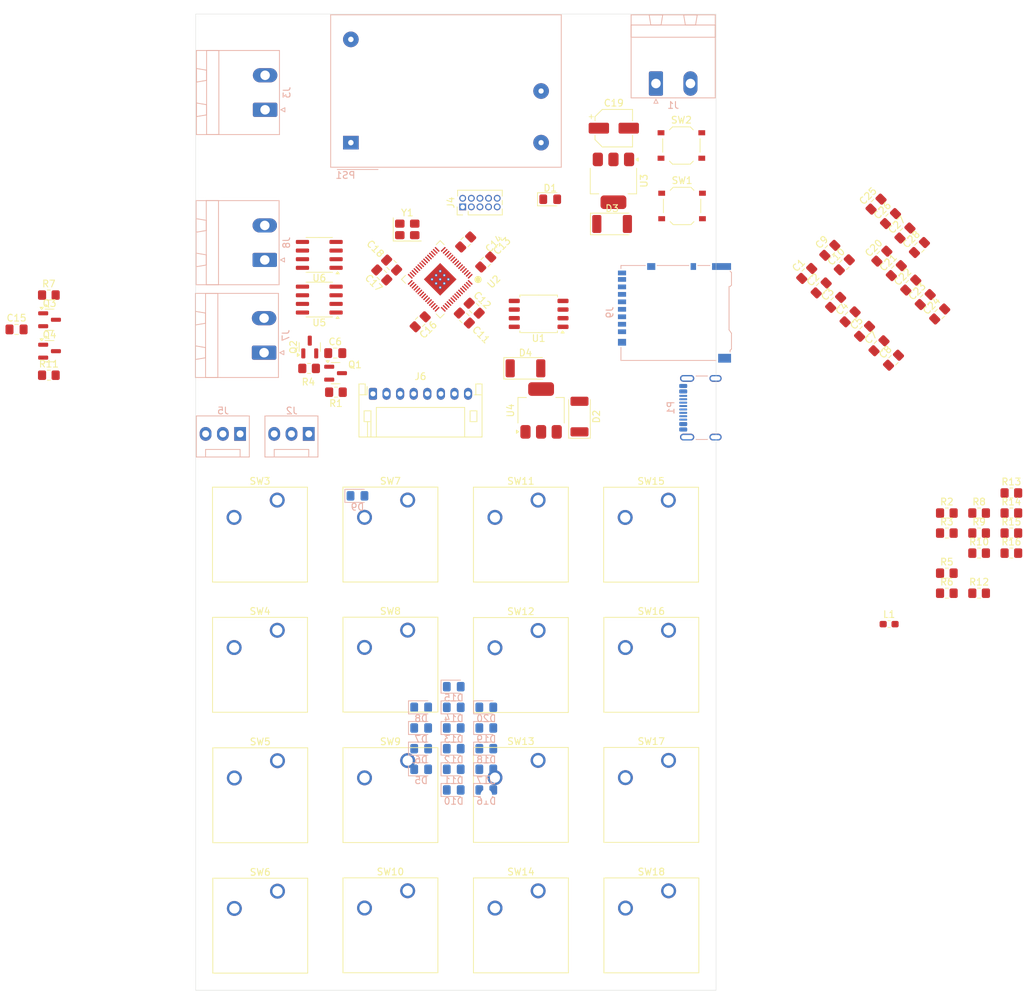
<source format=kicad_pcb>
(kicad_pcb (version 20241229) (generator "pcbnew") (generator_version "9.0")
  (layers (0 "F.Cu" signal) (2 "B.Cu" signal) (13 "F.Paste" user) (15 "B.Paste" user) (5 "F.SilkS" user "F.Silkscreen") (7 "B.SilkS" user "B.Silkscreen") (1 "F.Mask" user) (3 "B.Mask" user) (25 "Edge.Cuts" user))
  (net 0 "")
  (net 1 "+3V3")
  (net 2 "GND")
  (net 3 "+1V1")
  (net 4 "Net-(U2-VREG_AVDD)")
  (net 5 "Net-(U2-XIN)")
  (net 6 "Net-(C5-Pad1)")
  (net 7 "Net-(Q1-C)")
  (net 8 "Net-(Q3-C)")
  (net 9 "+12V")
  (net 10 "+5V")
  (net 11 "Net-(D3-A)")
  (net 12 "Net-(D4-A)")
  (net 13 "Net-(J7-Pin_1)")
  (net 14 "Net-(J7-Pin_2)")
  (net 15 "Net-(J8-Pin_1)")
  (net 16 "Net-(J8-Pin_2)")
  (net 17 "Net-(D1-A)")
  (net 18 "VBUS")
  (net 19 "KEYPAD_ROW_0")
  (net 20 "Net-(D5-A)")
  (net 21 "Net-(D6-A)")
  (net 22 "KEYPAD_ROW_1")
  (net 23 "KEYPAD_ROW_2")
  (net 24 "Net-(D7-A)")
  (net 25 "Net-(D8-A)")
  (net 26 "KEYPAD_ROW_3")
  (net 27 "Net-(D9-A)")
  (net 28 "Net-(D10-A)")
  (net 29 "Net-(D11-A)")
  (net 30 "Net-(D12-A)")
  (net 31 "Net-(D13-A)")
  (net 32 "Net-(D14-A)")
  (net 33 "Net-(D15-A)")
  (net 34 "Net-(D16-A)")
  (net 35 "Net-(D17-A)")
  (net 36 "Net-(D18-A)")
  (net 37 "Net-(D19-A)")
  (net 38 "Net-(D20-A)")
  (net 39 "Net-(J3-Pin_1)")
  (net 40 "USR_PWM_0_AUX")
  (net 41 "Net-(J2-Pin_2)")
  (net 42 "Net-(J3-Pin_2)")
  (net 43 "RESET")
  (net 46 "SWCLK")
  (net 48 "SWIO")
  (net 49 "Net-(J5-Pin_2)")
  (net 50 "USR_PWM_1_AUX")
  (net 51 "DISPLAY_RST")
  (net 52 "DISPLAY_BL")
  (net 53 "DISPLAY_SPI_SCK")
  (net 54 "DISPLAY_SPI_CS")
  (net 55 "DISPLAY_SPI_MOSI")
  (net 56 "DISPLAY_SPI_DS")
  (net 59 "SPI_MISO")
  (net 60 "SPI_SCK")
  (net 61 "SPI_MOSI")
  (net 62 "SPI_SD_CS")
  (net 64 "Net-(U2-VREG_LX)")
  (net 65 "Net-(P1-CC)")
  (net 67 "D+")
  (net 68 "D-")
  (net 69 "Net-(Q1-B)")
  (net 70 "Net-(Q2-B)")
  (net 71 "Net-(Q3-B)")
  (net 72 "Net-(Q4-B)")
  (net 73 "USR_PWM_0")
  (net 74 "Net-(R3-Pad2)")
  (net 75 "QSPI_SS")
  (net 76 "Net-(R5-Pad2)")
  (net 77 "Net-(U2-XOUT)")
  (net 78 "USR_PWM_1")
  (net 79 "Net-(U2-USB_DP)")
  (net 80 "Net-(U2-USB_DM)")
  (net 81 "Net-(U2-GPIO25)")
  (net 82 "KEYPAD_COL_0")
  (net 83 "KEYPAD_COL_1")
  (net 84 "KEYPAD_COL_2")
  (net 85 "KEYPAD_COL_3")
  (net 86 "QSPI_SDCLK")
  (net 87 "QSPI_SD2")
  (net 88 "QSPI_SD1")
  (net 89 "QSPI_SD3")
  (net 90 "QSPI_SD0")
  (net 92 "SPI_THERMAL_2_CS")
  (net 93 "SSR_SWITCH")
  (net 97 "SPI_THERMAL_1_CS")
  (net 98 "SPI_THERMAL_MISO")
  (net 100 "SPI_THERMAL_SCK")
  (footprint "Capacitor_SMD:C_0805_2012Metric_Pad1.18x1.45mm_HandSolder" (layer "F.Cu") (at 134.647265 75.732387 45)
    (property "Reference" "C1" (at 0 -1.679999 45) (layer "F.SilkS"))
    (property "Value" "4.7uF")
    (pad "1" smd roundrect (at -1.0375 0 45) (size 1.175 1.45) (layers "F.Cu" "F.Mask" "F.Paste") (roundrect_rratio 0.212766) (net 1 "+3V3"))
    (pad "2" smd roundrect (at 1.0375 0 45) (size 1.175 1.45) (layers "F.Cu" "F.Mask" "F.Paste") (roundrect_rratio 0.212766) (net 2 "GND"))
  )
  (footprint "Capacitor_SMD:C_0805_2012Metric_Pad1.18x1.45mm_HandSolder" (layer "F.Cu") (at 77.75 82.85 -135)
    (property "Reference" "C16" (at 0 -1.679999 45) (layer "F.SilkS"))
    (property "Value" "100nF")
    (pad "1" smd roundrect (at -1.0375 0 225) (size 1.175 1.45) (layers "F.Cu" "F.Mask" "F.Paste") (roundrect_rratio 0.212766) (net 1 "+3V3"))
    (pad "2" smd roundrect (at 1.0375 0 225) (size 1.175 1.45) (layers "F.Cu" "F.Mask" "F.Paste") (roundrect_rratio 0.212766) (net 2 "GND"))
  )
  (footprint "Package_TO_SOT_SMD:SOT-23" (layer "F.Cu") (at 61.5 86.5625 90)
    (property "Reference" "Q2" (at 0 -2.4 90) (layer "F.SilkS"))
    (property "Value" "PNP")
    (pad "1" smd roundrect (at -0.9375 -0.95 90) (size 1.475 0.6) (layers "F.Cu" "F.Mask" "F.Paste") (net 41 "Net-(J2-Pin_2)"))
    (pad "2" smd roundrect (at -0.9375 0.95 90) (size 1.475 0.6) (layers "F.Cu" "F.Mask" "F.Paste") (net 70 "Net-(Q2-B)"))
    (pad "3" smd roundrect (at 0.9375 0 90) (size 1.475 0.6) (layers "F.Cu" "F.Mask" "F.Paste") (net 9 "+12V"))
  )
  (footprint "Resistor_SMD:R_0805_2012Metric_Pad1.20x1.40mm_HandSolder" (layer "F.Cu") (at 23.095 90.7125)
    (property "Reference" "R11" (at 0 -1.65 0) (layer "F.SilkS"))
    (property "Value" "1k")
    (pad "1" smd roundrect (at -1 0) (size 1.2 1.4) (layers "F.Cu" "F.Mask" "F.Paste") (roundrect_rratio 0.208333) (net 72 "Net-(Q4-B)"))
    (pad "2" smd roundrect (at 1 0) (size 1.2 1.4) (layers "F.Cu" "F.Mask" "F.Paste") (roundrect_rratio 0.208333) (net 8 "Net-(Q3-C)"))
  )
  (footprint "Resistor_SMD:R_0805_2012Metric_Pad1.20x1.40mm_HandSolder" (layer "F.Cu") (at 155.27 111)
    (property "Reference" "R2" (at 0 -1.65 0) (layer "F.SilkS"))
    (property "Value" "33")
    (pad "1" smd roundrect (at -1 0) (size 1.2 1.4) (layers "F.Cu" "F.Mask" "F.Paste") (roundrect_rratio 0.208333) (net 4 "Net-(U2-VREG_AVDD)"))
    (pad "2" smd roundrect (at 1 0) (size 1.2 1.4) (layers "F.Cu" "F.Mask" "F.Paste") (roundrect_rratio 0.208333) (net 1 "+3V3"))
  )
  (footprint "Capacitor_SMD:C_0805_2012Metric_Pad1.18x1.45mm_HandSolder" (layer "F.Cu") (at 87.4 74.05 45)
    (property "Reference" "C13" (at 3.358757 0.035355 45) (layer "F.SilkS"))
    (property "Value" "100nF")
    (pad "1" smd roundrect (at -1.0375 0 45) (size 1.175 1.45) (layers "F.Cu" "F.Mask" "F.Paste") (roundrect_rratio 0.212766) (net 1 "+3V3"))
    (pad "2" smd roundrect (at 1.0375 0 45) (size 1.175 1.45) (layers "F.Cu" "F.Mask" "F.Paste") (roundrect_rratio 0.212766) (net 2 "GND"))
  )
  (footprint "Capacitor_SMD:C_0805_2012Metric_Pad1.18x1.45mm_HandSolder" (layer "F.Cu") (at 140.17684 74.459594 45)
    (property "Reference" "C10" (at 0 -1.679999 45) (layer "F.SilkS"))
    (property "Value" "100nF")
    (pad "1" smd roundrect (at -1.0375 0 45) (size 1.175 1.45) (layers "F.Cu" "F.Mask" "F.Paste") (roundrect_rratio 0.212766) (net 3 "+1V1"))
    (pad "2" smd roundrect (at 1.0375 0 45) (size 1.175 1.45) (layers "F.Cu" "F.Mask" "F.Paste") (roundrect_rratio 0.212766) (net 2 "GND"))
  )
  (footprint "Button_Switch_Keyboard:SW_Cherry_MX_1.00u_PCB" (layer "F.Cu") (at 56.75 147.4575)
    (property "Reference" "SW5" (at -2.54 -2.794 0) (layer "F.SilkS"))
    (property "Value" "SW_Push")
    (pad "" np_thru_hole circle (at -7.62 5.08) (size 1.7 1.7) (drill 1.7) (layers "*.Cu" "*.Mask"))
    (pad "" np_thru_hole circle (at -2.54 5.08) (size 4 4) (drill 4) (layers "*.Cu" "*.Mask"))
    (pad "" np_thru_hole circle (at 2.54 5.08) (size 1.7 1.7) (drill 1.7) (layers "*.Cu" "*.Mask"))
    (pad "1" thru_hole circle (at 0 0) (size 2.2 2.2) (drill 1.5) (layers "*.Cu" "*.Mask") (net 82 "KEYPAD_COL_0"))
    (pad "2" thru_hole circle (at -6.35 2.54) (size 2.2 2.2) (drill 1.5) (layers "*.Cu" "*.Mask") (net 24 "Net-(D7-A)"))
  )
  (footprint "Button_Switch_Keyboard:SW_Cherry_MX_1.00u_PCB" (layer "F.Cu") (at 95.11 147.4075)
    (property "Reference" "SW13" (at -2.54 -2.794 0) (layer "F.SilkS"))
    (property "Value" "SW_Push")
    (pad "" np_thru_hole circle (at -7.62 5.08) (size 1.7 1.7) (drill 1.7) (layers "*.Cu" "*.Mask"))
    (pad "" np_thru_hole circle (at -2.54 5.08) (size 4 4) (drill 4) (layers "*.Cu" "*.Mask"))
    (pad "" np_thru_hole circle (at 2.54 5.08) (size 1.7 1.7) (drill 1.7) (layers "*.Cu" "*.Mask"))
    (pad "1" thru_hole circle (at 0 0) (size 2.2 2.2) (drill 1.5) (layers "*.Cu" "*.Mask") (net 84 "KEYPAD_COL_2"))
    (pad "2" thru_hole circle (at -6.35 2.54) (size 2.2 2.2) (drill 1.5) (layers "*.Cu" "*.Mask") (net 33 "Net-(D15-A)"))
  )
  (footprint "Capacitor_SMD:C_0805_2012Metric_Pad1.18x1.45mm_HandSolder" (layer "F.Cu") (at 147.417613 88.502735 45)
    (property "Reference" "C8" (at 0 -1.679999 45) (layer "F.SilkS"))
    (property "Value" "100nF")
    (pad "1" smd roundrect (at -1.0375 0 45) (size 1.175 1.45) (layers "F.Cu" "F.Mask" "F.Paste") (roundrect_rratio 0.212766) (net 3 "+1V1"))
    (pad "2" smd roundrect (at 1.0375 0 45) (size 1.175 1.45) (layers "F.Cu" "F.Mask" "F.Paste") (roundrect_rratio 0.212766) (net 2 "GND"))
  )
  (footprint "Resistor_SMD:R_0805_2012Metric_Pad1.20x1.40mm_HandSolder" (layer "F.Cu") (at 160.02 113.95)
    (property "Reference" "R9" (at 0 -1.65 0) (layer "F.SilkS"))
    (property "Value" "27")
    (pad "1" smd roundrect (at -1 0) (size 1.2 1.4) (layers "F.Cu" "F.Mask" "F.Paste") (roundrect_rratio 0.208333) (net 80 "Net-(U2-USB_DM)"))
    (pad "2" smd roundrect (at 1 0) (size 1.2 1.4) (layers "F.Cu" "F.Mask" "F.Paste") (roundrect_rratio 0.208333) (net 68 "D-"))
  )
  (footprint "Button_Switch_Keyboard:SW_Cherry_MX_1.00u_PCB" (layer "F.Cu") (at 114.31 147.4075)
    (property "Reference" "SW17" (at -2.54 -2.794 0) (layer "F.SilkS"))
    (property "Value" "SW_Push")
    (pad "" np_thru_hole circle (at -7.62 5.08) (size 1.7 1.7) (drill 1.7) (layers "*.Cu" "*.Mask"))
    (pad "" np_thru_hole circle (at -2.54 5.08) (size 4 4) (drill 4) (layers "*.Cu" "*.Mask"))
    (pad "" np_thru_hole circle (at 2.54 5.08) (size 1.7 1.7) (drill 1.7) (layers "*.Cu" "*.Mask"))
    (pad "1" thru_hole circle (at 0 0) (size 2.2 2.2) (drill 1.5) (layers "*.Cu" "*.Mask") (net 85 "KEYPAD_COL_3"))
    (pad "2" thru_hole circle (at -6.35 2.54) (size 2.2 2.2) (drill 1.5) (layers "*.Cu" "*.Mask") (net 37 "Net-(D19-A)"))
  )
  (footprint "Diode_SMD:D_2010_5025Metric" (layer "F.Cu") (at 106 68.45)
    (property "Reference" "D3" (at 0 -2.279999 0) (layer "F.SilkS"))
    (property "Value" "D")
    (pad "1" smd roundrect (at -2.25 0) (size 1.35 2.65) (layers "F.Cu" "F.Mask" "F.Paste") (roundrect_rratio 0.185185) (net 10 "+5V"))
    (pad "2" smd roundrect (at 2.25 0) (size 1.35 2.65) (layers "F.Cu" "F.Mask" "F.Paste") (roundrect_rratio 0.185185) (net 11 "Net-(D3-A)"))
  )
  (footprint "Button_Switch_Keyboard:SW_Cherry_MX_1.00u_PCB" (layer "F.Cu") (at 114.31 128.2575)
    (property "Reference" "SW16" (at -2.54 -2.794 0) (layer "F.SilkS"))
    (property "Value" "SW_Push")
    (pad "" np_thru_hole circle (at -7.62 5.08) (size 1.7 1.7) (drill 1.7) (layers "*.Cu" "*.Mask"))
    (pad "" np_thru_hole circle (at -2.54 5.08) (size 4 4) (drill 4) (layers "*.Cu" "*.Mask"))
    (pad "" np_thru_hole circle (at 2.54 5.08) (size 1.7 1.7) (drill 1.7) (layers "*.Cu" "*.Mask"))
    (pad "1" thru_hole circle (at 0 0) (size 2.2 2.2) (drill 1.5) (layers "*.Cu" "*.Mask") (net 85 "KEYPAD_COL_3"))
    (pad "2" thru_hole circle (at -6.35 2.54) (size 2.2 2.2) (drill 1.5) (layers "*.Cu" "*.Mask") (net 36 "Net-(D18-A)"))
  )
  (footprint "Button_Switch_Keyboard:SW_Cherry_MX_1.00u_PCB" (layer "F.Cu") (at 75.91 109.0875)
    (property "Reference" "SW7" (at -2.54 -2.794 0) (layer "F.SilkS"))
    (property "Value" "SW_Push")
    (pad "" np_thru_hole circle (at -7.62 5.08) (size 1.7 1.7) (drill 1.7) (layers "*.Cu" "*.Mask"))
    (pad "" np_thru_hole circle (at -2.54 5.08) (size 4 4) (drill 4) (layers "*.Cu" "*.Mask"))
    (pad "" np_thru_hole circle (at 2.54 5.08) (size 1.7 1.7) (drill 1.7) (layers "*.Cu" "*.Mask"))
    (pad "1" thru_hole circle (at 0 0) (size 2.2 2.2) (drill 1.5) (layers "*.Cu" "*.Mask") (net 83 "KEYPAD_COL_1"))
    (pad "2" thru_hole circle (at -6.35 2.54) (size 2.2 2.2) (drill 1.5) (layers "*.Cu" "*.Mask") (net 27 "Net-(D9-A)"))
  )
  (footprint "Button_Switch_Keyboard:SW_Cherry_MX_1.00u_PCB" (layer "F.Cu") (at 56.75 166.6575)
    (property "Reference" "SW6" (at -2.54 -2.794 0) (layer "F.SilkS"))
    (property "Value" "SW_Push")
    (pad "" np_thru_hole circle (at -7.62 5.08) (size 1.7 1.7) (drill 1.7) (layers "*.Cu" "*.Mask"))
    (pad "" np_thru_hole circle (at -2.54 5.08) (size 4 4) (drill 4) (layers "*.Cu" "*.Mask"))
    (pad "" np_thru_hole circle (at 2.54 5.08) (size 1.7 1.7) (drill 1.7) (layers "*.Cu" "*.Mask"))
    (pad "1" thru_hole circle (at 0 0) (size 2.2 2.2) (drill 1.5) (layers "*.Cu" "*.Mask") (net 82 "KEYPAD_COL_0"))
    (pad "2" thru_hole circle (at -6.35 2.54) (size 2.2 2.2) (drill 1.5) (layers "*.Cu" "*.Mask") (net 25 "Net-(D8-A)"))
  )
  (footprint "Button_Switch_Keyboard:SW_Cherry_MX_1.00u_PCB" (layer "F.Cu") (at 75.91 147.4375)
    (property "Reference" "SW9" (at -2.54 -2.794 0) (layer "F.SilkS"))
    (property "Value" "SW_Push")
    (pad "" np_thru_hole circle (at -7.62 5.08) (size 1.7 1.7) (drill 1.7) (layers "*.Cu" "*.Mask"))
    (pad "" np_thru_hole circle (at -2.54 5.08) (size 4 4) (drill 4) (layers "*.Cu" "*.Mask"))
    (pad "" np_thru_hole circle (at 2.54 5.08) (size 1.7 1.7) (drill 1.7) (layers "*.Cu" "*.Mask"))
    (pad "1" thru_hole circle (at 0 0) (size 2.2 2.2) (drill 1.5) (layers "*.Cu" "*.Mask") (net 83 "KEYPAD_COL_1"))
    (pad "2" thru_hole circle (at -6.35 2.54) (size 2.2 2.2) (drill 1.5) (layers "*.Cu" "*.Mask") (net 29 "Net-(D11-A)"))
  )
  (footprint "Resistor_SMD:R_0805_2012Metric_Pad1.20x1.40mm_HandSolder" (layer "F.Cu") (at 23.095 78.9125)
    (property "Reference" "R7" (at 0 -1.65 0) (layer "F.SilkS"))
    (property "Value" "5k")
    (pad "1" smd roundrect (at -1 0) (size 1.2 1.4) (layers "F.Cu" "F.Mask" "F.Paste") (roundrect_rratio 0.208333) (net 78 "USR_PWM_1"))
    (pad "2" smd roundrect (at 1 0) (size 1.2 1.4) (layers "F.Cu" "F.Mask" "F.Paste") (roundrect_rratio 0.208333) (net 71 "Net-(Q3-B)"))
  )
  (footprint "Diode_SMD:D_2010_5025Metric" (layer "F.Cu") (at 93.25 89.7)
    (property "Reference" "D4" (at 0 -2.28 0) (layer "F.SilkS"))
    (property "Value" "D")
    (pad "1" smd roundrect (at -2.25 0) (size 1.35 2.65) (layers "F.Cu" "F.Mask" "F.Paste") (roundrect_rratio 0.185185) (net 1 "+3V3"))
    (pad "2" smd roundrect (at 2.25 0) (size 1.35 2.65) (layers "F.Cu" "F.Mask" "F.Paste") (roundrect_rratio 0.185185) (net 12 "Net-(D4-A)"))
  )
  (footprint "Button_Switch_Keyboard:SW_Cherry_MX_1.00u_PCB" (layer "F.Cu") (at 56.71 109.0975)
    (property "Reference" "SW3" (at -2.54 -2.794 0) (layer "F.SilkS"))
    (property "Value" "SW_Push")
    (pad "" np_thru_hole circle (at -7.62 5.08) (size 1.7 1.7) (drill 1.7) (layers "*.Cu" "*.Mask"))
    (pad "" np_thru_hole circle (at -2.54 5.08) (size 4 4) (drill 4) (layers "*.Cu" "*.Mask"))
    (pad "" np_thru_hole circle (at 2.54 5.08) (size 1.7 1.7) (drill 1.7) (layers "*.Cu" "*.Mask"))
    (pad "1" thru_hole circle (at 0 0) (size 2.2 2.2) (drill 1.5) (layers "*.Cu" "*.Mask") (net 82 "KEYPAD_COL_0"))
    (pad "2" thru_hole circle (at -6.35 2.54) (size 2.2 2.2) (drill 1.5) (layers "*.Cu" "*.Mask") (net 20 "Net-(D5-A)"))
  )
  (footprint "Inductor_SMD:L_0603_1608Metric_Pad1.05x0.95mm_HandSolder" (layer "F.Cu") (at 146.775 127.35)
    (property "Reference" "L1" (at 0 -1.43 0) (layer "F.SilkS"))
    (property "Value" "3.3uH")
    (pad "1" smd roundrect (at -0.875 0) (size 1.05 0.95) (layers "F.Cu" "F.Mask" "F.Paste") (net 3 "+1V1"))
    (pad "2" smd roundrect (at 0.875 0) (size 1.05 0.95) (layers "F.Cu" "F.Mask" "F.Paste") (net 64 "Net-(U2-VREG_LX)"))
  )
  (footprint "Button_Switch_Keyboard:SW_Cherry_MX_1.00u_PCB" (layer "F.Cu") (at 56.72 128.2575)
    (property "Reference" "SW4" (at -2.54 -2.794 0) (layer "F.SilkS"))
    (property "Value" "SW_Push")
    (pad "" np_thru_hole circle (at -7.62 5.08) (size 1.7 1.7) (drill 1.7) (layers "*.Cu" "*.Mask"))
    (pad "" np_thru_hole circle (at -2.54 5.08) (size 4 4) (drill 4) (layers "*.Cu" "*.Mask"))
    (pad "" np_thru_hole circle (at 2.54 5.08) (size 1.7 1.7) (drill 1.7) (layers "*.Cu" "*.Mask"))
    (pad "1" thru_hole circle (at 0 0) (size 2.2 2.2) (drill 1.5) (layers "*.Cu" "*.Mask") (net 82 "KEYPAD_COL_0"))
    (pad "2" thru_hole circle (at -6.35 2.54) (size 2.2 2.2) (drill 1.5) (layers "*.Cu" "*.Mask") (net 21 "Net-(D6-A)"))
  )
  (footprint "Connector_PinHeader_1.27mm:PinHeader_2x05_P1.27mm_Vertical" (layer "F.Cu") (at 84.01 65.935 90)
    (property "Reference" "J4" (at 0.635 -1.745 90) (layer "F.SilkS"))
    (property "Value" "AVR-JTAG-10")
    (pad "1" thru_hole rect (at 0 0 90) (size 1 1) (drill 0.65) (layers "*.Cu" "*.Mask") (net 46 "SWCLK"))
    (pad "2" thru_hole circle (at 1.27 0 90) (size 1 1) (drill 0.65) (layers "*.Cu" "*.Mask") (net 2 "GND"))
    (pad "3" thru_hole circle (at 0 1.27 90) (size 1 1) (drill 0.65) (layers "*.Cu" "*.Mask"))
    (pad "4" thru_hole circle (at 1.27 1.27 90) (size 1 1) (drill 0.65) (layers "*.Cu" "*.Mask") (net 18 "VBUS"))
    (pad "5" thru_hole circle (at 0 2.54 90) (size 1 1) (drill 0.65) (layers "*.Cu" "*.Mask") (net 48 "SWIO"))
    (pad "6" thru_hole circle (at 1.27 2.54 90) (size 1 1) (drill 0.65) (layers "*.Cu" "*.Mask") (net 43 "RESET"))
    (pad "7" thru_hole circle (at 0 3.81 90) (size 1 1) (drill 0.65) (layers "*.Cu" "*.Mask") (net 18 "VBUS"))
    (pad "8" thru_hole circle (at 1.27 3.81 90) (size 1 1) (drill 0.65) (layers "*.Cu" "*.Mask"))
    (pad "9" thru_hole circle (at 0 5.08 90) (size 1 1) (drill 0.65) (layers "*.Cu" "*.Mask"))
    (pad "10" thru_hole circle (at 1.27 5.08 90) (size 1 1) (drill 0.65) (layers "*.Cu" "*.Mask") (net 2 "GND"))
  )
  (footprint "Package_TO_SOT_SMD:SOT-23" (layer "F.Cu") (at 65.3 90.4125)
    (property "Reference" "Q1" (at 2.85 -1.25 0) (layer "F.SilkS"))
    (property "Value" "NPN")
    (pad "1" smd roundrect (at -0.9375 -0.95) (size 1.475 0.6) (layers "F.Cu" "F.Mask" "F.Paste") (net 7 "Net-(Q1-C)"))
    (pad "2" smd roundrect (at -0.9375 0.95) (size 1.475 0.6) (layers "F.Cu" "F.Mask" "F.Paste") (net 69 "Net-(Q1-B)"))
    (pad "3" smd roundrect (at 0.9375 0) (size 1.475 0.6) (layers "F.Cu" "F.Mask" "F.Paste") (net 2 "GND"))
  )
  (footprint "Button_Switch_Keyboard:SW_Cherry_MX_1.00u_PCB" (layer "F.Cu") (at 75.91 128.2375)
    (property "Reference" "SW8" (at -2.54 -2.794 0) (layer "F.SilkS"))
    (property "Value" "SW_Push")
    (pad "" np_thru_hole circle (at -7.62 5.08) (size 1.7 1.7) (drill 1.7) (layers "*.Cu" "*.Mask"))
    (pad "" np_thru_hole circle (at -2.54 5.08) (size 4 4) (drill 4) (layers "*.Cu" "*.Mask"))
    (pad "" np_thru_hole circle (at 2.54 5.08) (size 1.7 1.7) (drill 1.7) (layers "*.Cu" "*.Mask"))
    (pad "1" thru_hole circle (at 0 0) (size 2.2 2.2) (drill 1.5) (layers "*.Cu" "*.Mask") (net 83 "KEYPAD_COL_1"))
    (pad "2" thru_hole circle (at -6.35 2.54) (size 2.2 2.2) (drill 1.5) (layers "*.Cu" "*.Mask") (net 28 "Net-(D10-A)"))
  )
  (footprint "Capacitor_SMD:C_0805_2012Metric_Pad1.18x1.45mm_HandSolder" (layer "F.Cu") (at 152.091589 79.571976 45)
    (property "Reference" "C23" (at 0 -1.679999 45) (layer "F.SilkS"))
    (property "Value" "10uF")
    (pad "1" smd roundrect (at -1.0375 0 45) (size 1.175 1.45) (layers "F.Cu" "F.Mask" "F.Paste") (roundrect_rratio 0.212766) (net 1 "+3V3"))
    (pad "2" smd roundrect (at 1.0375 0 45) (size 1.175 1.45) (layers "F.Cu" "F.Mask" "F.Paste") (roundrect_rratio 0.212766) (net 2 "GND"))
  )
  (footprint "Package_TO_SOT_SMD:SOT-223-3_TabPin2" (layer "F.Cu") (at 106.2 62.1 -90)
    (property "Reference" "U3" (at 0 -4.5 90) (layer "F.SilkS"))
    (property "Value" "AMS1117")
    (pad "1" smd roundrect (at -3.15 -2.3 270) (size 2 1.5) (layers "F.Cu" "F.Mask" "F.Paste") (net 2 "GND"))
    (pad "2" smd roundrect (at -3.15 0 270) (size 2 1.5) (layers "F.Cu" "F.Mask" "F.Paste") (net 11 "Net-(D3-A)"))
    (pad "2" smd roundrect (at 3.15 0 270) (size 2 3.8) (layers "F.Cu" "F.Mask" "F.Paste") (net 11 "Net-(D3-A)"))
    (pad "3" smd roundrect (at -3.15 2.3 270) (size 2 1.5) (layers "F.Cu" "F.Mask" "F.Paste") (net 9 "+12V"))
  )
  (footprint "Package_SO:SOIC-8_3.9x4.9mm_P1.27mm" (layer "F.Cu") (at 62.9 79.58 180)
    (property "Reference" "U5" (at 0 -3.4 0) (layer "F.SilkS"))
    (property "Value" "MAX31855KASA")
    (pad "1" smd roundrect (at -2.475 -1.905 180) (size 1.95 0.6) (layers "F.Cu" "F.Mask" "F.Paste") (net 2 "GND"))
    (pad "2" smd roundrect (at -2.475 -0.635 180) (size 1.95 0.6) (layers "F.Cu" "F.Mask" "F.Paste") (net 13 "Net-(J7-Pin_1)"))
    (pad "3" smd roundrect (at -2.475 0.635 180) (size 1.95 0.6) (layers "F.Cu" "F.Mask" "F.Paste") (net 14 "Net-(J7-Pin_2)"))
    (pad "4" smd roundrect (at -2.475 1.905 180) (size 1.95 0.6) (layers "F.Cu" "F.Mask" "F.Paste") (net 1 "+3V3"))
    (pad "5" smd roundrect (at 2.475 1.905 180) (size 1.95 0.6) (layers "F.Cu" "F.Mask" "F.Paste") (net 100 "SPI_THERMAL_SCK"))
    (pad "6" smd roundrect (at 2.475 0.635 180) (size 1.95 0.6) (layers "F.Cu" "F.Mask" "F.Paste") (net 97 "SPI_THERMAL_1_CS"))
    (pad "7" smd roundrect (at 2.475 -0.635 180) (size 1.95 0.6) (layers "F.Cu" "F.Mask" "F.Paste") (net 98 "SPI_THERMAL_MISO"))
    (pad "8" smd roundrect (at 2.475 -1.905 180) (size 1.95 0.6) (layers "F.Cu" "F.Mask" "F.Paste"))
  )
  (footprint "Capacitor_SMD:C_0805_2012Metric_Pad1.18x1.45mm_HandSolder" (layer "F.Cu") (at 145.289222 86.374344 45)
    (property "Reference" "C7" (at 0 -1.679999 45) (layer "F.SilkS"))
    (property "Value" "4.7uF")
    (pad "1" smd roundrect (at -1.0375 0 45) (size 1.175 1.45) (layers "F.Cu" "F.Mask" "F.Paste") (roundrect_rratio 0.212766) (net 3 "+1V1"))
    (pad "2" smd roundrect (at 1.0375 0 45) (size 1.175 1.45) (layers "F.Cu" "F.Mask" "F.Paste") (roundrect_rratio 0.212766) (net 2 "GND"))
  )
  (footprint "Capacitor_SMD:C_0805_2012Metric_Pad1.18x1.45mm_HandSolder" (layer "F.Cu") (at 72.1 75.95 135)
    (property "Reference" "C17" (at 0 -1.679999 135) (layer "F.SilkS"))
    (property "Value" "100nF")
    (pad "1" smd roundrect (at -1.0375 0 135) (size 1.175 1.45) (layers "F.Cu" "F.Mask" "F.Paste") (roundrect_rratio 0.212766) (net 1 "+3V3"))
    (pad "2" smd roundrect (at 1.0375 0 135) (size 1.175 1.45) (layers "F.Cu" "F.Mask" "F.Paste") (roundrect_rratio 0.212766) (net 2 "GND"))
  )
  (footprint "Button_Switch_SMD:SW_Push_1P1T_XKB_TS-1187A" (layer "F.Cu") (at 116.3 65.8)
    (property "Reference" "SW1" (at 0 -3.75 0) (layer "F.SilkS"))
    (property "Value" "SW_Push")
    (pad "1" smd rect (at -3 -1.875) (size 1 0.75) (layers "F.Cu" "F.Mask" "F.Paste") (net 2 "GND"))
    (pad "1" smd rect (at 3 -1.875) (size 1 0.75) (layers "F.Cu" "F.Mask" "F.Paste") (net 2 "GND"))
    (pad "2" smd rect (at -3 1.875) (size 1 0.75) (layers "F.Cu" "F.Mask" "F.Paste") (net 74 "Net-(R3-Pad2)"))
    (pad "2" smd rect (at 3 1.875) (size 1 0.75) (layers "F.Cu" "F.Mask" "F.Paste") (net 74 "Net-(R3-Pad2)"))
  )
  (footprint "Capacitor_SMD:C_0805_2012Metric_Pad1.18x1.45mm_HandSolder" (layer "F.Cu") (at 73.55 74.5 135)
    (property "Reference" "C18" (at 3.394113 0 135) (layer "F.SilkS"))
    (property "Value" "100nF")
    (pad "1" smd roundrect (at -1.0375 0 135) (size 1.175 1.45) (layers "F.Cu" "F.Mask" "F.Paste") (roundrect_rratio 0.212766) (net 1 "+3V3"))
    (pad "2" smd roundrect (at 1.0375 0 135) (size 1.175 1.45) (layers "F.Cu" "F.Mask" "F.Paste") (roundrect_rratio 0.212766) (net 2 "GND"))
  )
  (footprint "Button_Switch_Keyboard:SW_Cherry_MX_1.00u_PCB" (layer "F.Cu") (at 95.11 128.2875)
    (property "Reference" "SW12" (at -2.54 -2.794 0) (layer "F.SilkS"))
    (property "Value" "SW_Push")
    (pad "" np_thru_hole circle (at -7.62 5.08) (size 1.7 1.7) (drill 1.7) (layers "*.Cu" "*.Mask"))
    (pad "" np_thru_hole circle (at -2.54 5.08) (size 4 4) (drill 4) (layers "*.Cu" "*.Mask"))
    (pad "" np_thru_hole circle (at 2.54 5.08) (size 1.7 1.7) (drill 1.7) (layers "*.Cu" "*.Mask"))
    (pad "1" thru_hole circle (at 0 0) (size 2.2 2.2) (drill 1.5) (layers "*.Cu" "*.Mask") (net 84 "KEYPAD_COL_2"))
    (pad "2" thru_hole circle (at -6.35 2.54) (size 2.2 2.2) (drill 1.5) (layers "*.Cu" "*.Mask") (net 32 "Net-(D14-A)"))
  )
  (footprint "Capacitor_SMD:CP_Elec_5x4.4" (layer "F.Cu") (at 106.25 54.35)
    (property "Reference" "C19" (at 0 -3.7 0) (layer "F.SilkS"))
    (property "Value" "10uF")
    (pad "1" smd roundrect (at -2.2 0) (size 3 1.6) (layers "F.Cu" "F.Mask" "F.Paste") (roundrect_rratio 0.15625) (net 9 "+12V"))
    (pad "2" smd roundrect (at 2.2 0) (size 3 1.6) (layers "F.Cu" "F.Mask" "F.Paste") (roundrect_rratio 0.15625) (net 2 "GND"))
  )
  (footprint "Capacitor_SMD:C_0805_2012Metric_Pad1.18x1.45mm_HandSolder" (layer "F.Cu") (at 144.850816 65.528836 45)
    (property "Reference" "C25" (at 0 -1.679999 45) (layer "F.SilkS"))
    (property "Value" "0.1uF")
    (pad "1" smd roundrect (at -1.0375 0 45) (size 1.175 1.45) (layers "F.Cu" "F.Mask" "F.Paste") (roundrect_rratio 0.212766) (net 14 "Net-(J7-Pin_2)"))
    (pad "2" smd roundrect (at 1.0375 0 45) (size 1.175 1.45) (layers "F.Cu" "F.Mask" "F.Paste") (roundrect_rratio 0.212766) (net 13 "Net-(J7-Pin_1)"))
  )
  (footprint "Package_TO_SOT_SMD:SOT-223-3_TabPin2" (layer "F.Cu") (at 95.55 95.9 90)
    (property "Reference" "U4" (at 0 -4.5 90) (layer "F.SilkS"))
    (property "Value" "NCP1117-3.3_SOT223")
    (pad "1" smd roundrect (at -3.15 -2.3 90) (size 2 1.5) (layers "F.Cu" "F.Mask" "F.Paste") (net 2 "GND"))
    (pad "2" smd roundrect (at -3.15 0 90) (size 2 1.5) (layers "F.Cu" "F.Mask" "F.Paste") (net 12 "Net-(D4-A)"))
    (pad "2" smd roundrect (at 3.15 0 90) (size 2 3.8) (layers "F.Cu" "F.Mask" "F.Paste") (net 12 "Net-(D4-A)"))
    (pad "3" smd roundrect (at -3.15 2.3 90) (size 2 1.5) (layers "F.Cu" "F.Mask" "F.Paste") (net 10 "+5V"))
  )
  (footprint "Capacitor_SMD:C_0805_2012Metric_Pad1.18x1.45mm_HandSolder" (layer "F.Cu") (at 18.34 83.9725)
    (property "Reference" "C15" (at 0 -1.68 0) (layer "F.SilkS"))
    (property "Value" "100nF")
    (pad "1" smd roundrect (at -1.0375 0) (size 1.175 1.45) (layers "F.Cu" "F.Mask" "F.Paste") (roundrect_rratio 0.212766) (net 8 "Net-(Q3-C)"))
    (pad "2" smd roundrect (at 1.0375 0) (size 1.175 1.45) (layers "F.Cu" "F.Mask" "F.Paste") (roundrect_rratio 0.212766) (net 2 "GND"))
  )
  (footprint "Resistor_SMD:R_0805_2012Metric_Pad1.20x1.40mm_HandSolder" (layer "F.Cu") (at 65.35 93.2125 180)
    (property "Reference" "R1" (at 0 -1.65 0) (layer "F.SilkS"))
    (property "Value" "5k")
    (pad "1" smd roundrect (at -1 0 180) (size 1.2 1.4) (layers "F.Cu" "F.Mask" "F.Paste") (roundrect_rratio 0.208333) (net 73 "USR_PWM_0"))
    (pad "2" smd roundrect (at 1 0 180) (size 1.2 1.4) (layers "F.Cu" "F.Mask" "F.Paste") (roundrect_rratio 0.208333) (net 69 "Net-(Q1-B)"))
  )
  (footprint "Resistor_SMD:R_0805_2012Metric_Pad1.20x1.40mm_HandSolder" (layer "F.Cu") (at 155.27 119.85)
    (property "Reference" "R5" (at 0 -1.65 0) (layer "F.SilkS"))
    (property "Value" "1k")
    (pad "1" smd roundrect (at -1 0) (size 1.2 1.4) (layers "F.Cu" "F.Mask" "F.Paste") (roundrect_rratio 0.208333) (net 43 "RESET"))
    (pad "2" smd roundrect (at 1 0) (size 1.2 1.4) (layers "F.Cu" "F.Mask" "F.Paste") (roundrect_rratio 0.208333) (net 76 "Net-(R5-Pad2)"))
  )
  (footprint "Resistor_SMD:R_0805_2012Metric_Pad1.20x1.40mm_HandSolder" (layer "F.Cu") (at 61.4 89.7125)
    (property "Reference" "R4" (at -0.1 2 0) (layer "F.SilkS"))
    (property "Value" "1k")
    (pad "1" smd roundrect (at -1 0) (size 1.2 1.4) (layers "F.Cu" "F.Mask" "F.Paste") (roundrect_rratio 0.208333) (net 70 "Net-(Q2-B)"))
    (pad "2" smd roundrect (at 1 0) (size 1.2 1.4) (layers "F.Cu" "F.Mask" "F.Paste") (roundrect_rratio 0.208333) (net 7 "Net-(Q1-C)"))
  )
  (footprint "Capacitor_SMD:C_0805_2012Metric_Pad1.18x1.45mm_HandSolder" (layer "F.Cu") (at 138.904048 79.989169 45)
    (property "Reference" "C3" (at 0 -1.679999 45) (layer "F.SilkS"))
    (property "Value" "4.7uF")
    (pad "1" smd roundrect (at -1.0375 0 45) (size 1.175 1.45) (layers "F.Cu" "F.Mask" "F.Paste") (roundrect_rratio 0.212766) (net 4 "Net-(U2-VREG_AVDD)"))
    (pad "2" smd roundrect (at 1.0375 0 45) (size 1.175 1.45) (layers "F.Cu" "F.Mask" "F.Paste") (roundrect_rratio 0.212766) (net 2 "GND"))
  )
  (footprint "Button_Switch_Keyboard:SW_Cherry_MX_1.00u_PCB" (layer "F.Cu") (at 114.28 109.1075)
    (property "Reference" "SW15" (at -2.54 -2.794 0) (layer "F.SilkS"))
    (property "Value" "SW_Push")
    (pad "" np_thru_hole circle (at -7.62 5.08) (size 1.7 1.7) (drill 1.7) (layers "*.Cu" "*.Mask"))
    (pad "" np_thru_hole circle (at -2.54 5.08) (size 4 4) (drill 4) (layers "*.Cu" "*.Mask"))
    (pad "" np_thru_hole circle (at 2.54 5.08) (size 1.7 1.7) (drill 1.7) (layers "*.Cu" "*.Mask"))
    (pad "1" thru_hole circle (at 0 0) (size 2.2 2.2) (drill 1.5) (layers "*.Cu" "*.Mask") (net 85 "KEYPAD_COL_3"))
    (pad "2" thru_hole circle (at -6.35 2.54) (size 2.2 2.2) (drill 1.5) (layers "*.Cu" "*.Mask") (net 35 "Net-(D17-A)"))
  )
  (footprint "Capacitor_SMD:C_0805_2012Metric_Pad1.18x1.45mm_HandSolder" (layer "F.Cu") (at 84.25 82.3 -45)
    (property "Reference" "C11" (at 3.464823 0 135) (layer "F.SilkS"))
    (property "Value" "100nF")
    (pad "1" smd roundrect (at -1.0375 0 315) (size 1.175 1.45) (layers "F.Cu" "F.Mask" "F.Paste") (roundrect_rratio 0.212766) (net 1 "+3V3"))
    (pad "2" smd roundrect (at 1.0375 0 315) (size 1.175 1.45) (layers "F.Cu" "F.Mask" "F.Paste") (roundrect_rratio 0.212766) (net 2 "GND"))
  )
  (footprint "Button_Switch_Keyboard:SW_Cherry_MX_1.00u_PCB" (layer "F.Cu") (at 75.91 166.5975)
    (property "Reference" "SW10" (at -2.54 -2.794 0) (layer "F.SilkS"))
    (property "Value" "SW_Push")
    (pad "" np_thru_hole circle (at -7.62 5.08) (size 1.7 1.7) (drill 1.7) (layers "*.Cu" "*.Mask"))
    (pad "" np_thru_hole circle (at -2.54 5.08) (size 4 4) (drill 4) (layers "*.Cu" "*.Mask"))
    (pad "" np_thru_hole circle (at 2.54 5.08) (size 1.7 1.7) (drill 1.7) (layers "*.Cu" "*.Mask"))
    (pad "1" thru_hole circle (at 0 0) (size 2.2 2.2) (drill 1.5) (layers "*.Cu" "*.Mask") (net 83 "KEYPAD_COL_1"))
    (pad "2" thru_hole circle (at -6.35 2.54) (size 2.2 2.2) (drill 1.5) (layers "*.Cu" "*.Mask") (net 30 "Net-(D12-A)"))
  )
  (footprint "Resistor_SMD:R_0805_2012Metric_Pad1.20x1.40mm_HandSolder" (layer "F.Cu") (at 155.27 122.8)
    (property "Reference" "R6" (at 0 -1.65 0) (layer "F.SilkS"))
    (property "Value" "1k")
    (pad "1" smd roundrect (at -1 0) (size 1.2 1.4) (layers "F.Cu" "F.Mask" "F.Paste") (roundrect_rratio 0.208333) (net 6 "Net-(C5-Pad1)"))
    (pad "2" smd roundrect (at 1 0) (size 1.2 1.4) (layers "F.Cu" "F.Mask" "F.Paste") (roundrect_rratio 0.208333) (net 77 "Net-(U2-XOUT)"))
  )
  (footprint "Resistor_SMD:R_0805_2012Metric_Pad1.20x1.40mm_HandSolder" (layer "F.Cu") (at 160.02 111)
    (property "Reference" "R8" (at 0 -1.65 0) (layer "F.SilkS"))
    (property "Value" "27")
    (pad "1" smd roundrect (at -1 0) (size 1.2 1.4) (layers "F.Cu" "F.Mask" "F.Paste") (roundrect_rratio 0.208333) (net 67 "D+"))
    (pad "2" smd roundrect (at 1 0) (size 1.2 1.4) (layers "F.Cu" "F.Mask" "F.Paste") (roundrect_rratio 0.208333) (net 79 "Net-(U2-USB_DP)"))
  )
  (footprint "Capacitor_SMD:C_0805_2012Metric_Pad1.18x1.45mm_HandSolder" (layer "F.Cu") (at 146.979207 67.657227 45)
    (property "Reference" "C26" (at 0 -1.679999 45) (layer "F.SilkS"))
    (property "Value" "0.1uF")
    (pad "1" smd roundrect (at -1.0375 0 45) (size 1.175 1.45) (layers "F.Cu" "F.Mask" "F.Paste") (roundrect_rratio 0.212766) (net 16 "Net-(J8-Pin_2)"))
    (pad "2" smd roundrect (at 1.0375 0 45) (size 1.175 1.45) (layers "F.Cu" "F.Mask" "F.Paste") (roundrect_rratio 0.212766) (net 15 "Net-(J8-Pin_1)"))
  )
  (footprint "Capacitor_SMD:C_0805_2012Metric_Pad1.18x1.45mm_HandSolder" (layer "F.Cu") (at 149.107599 69.785619 45)
    (property "Reference" "C27" (at 0 -1.679999 45) (layer "F.SilkS"))
    (property "Value" "10uF")
    (pad "1" smd roundrect (at -1.0375 0 45) (size 1.175 1.45) (layers "F.Cu" "F.Mask" "F.Paste") (roundrect_rratio 0.212766) (net 1 "+3V3"))
    (pad "2" smd roundrect (at 1.0375 0 45) (size 1.175 1.45) (layers "F.Cu" "F.Mask" "F.Paste") (roundrect_rratio 0.212766) (net 2 "GND"))
  )
  (footprint "Package_TO_SOT_SMD:SOT-23" (layer "F.Cu") (at 23.2 82.55)
    (property "Reference" "Q3" (at 0 -2.4 0) (layer "F.SilkS"))
    (property "Value" "NPN")
    (pad "1" smd roundrect (at -0.9375 -0.95) (size 1.475 0.6) (layers "F.Cu" "F.Mask" "F.Paste") (net 8 "Net-(Q3-C)"))
    (pad "2" smd roundrect (at -0.9375 0.95) (size 1.475 0.6) (layers "F.Cu" "F.Mask" "F.Paste") (net 71 "Net-(Q3-B)"))
    (pad "3" smd roundrect (at 0.9375 0) (size 1.475 0.6) (layers "F.Cu" "F.Mask" "F.Paste") (net 2 "GND"))
  )
  (footprint "Capacitor_SMD:C_0805_2012Metric_Pad1.18x1.45mm_HandSolder" (layer "F.Cu") (at 145.706415 73.186802 45)
    (property "Reference" "C20" (at 0 -1.679999 45) (layer "F.SilkS"))
    (property "Value" "10uF")
    (pad "1" smd roundrect (at -1.0375 0 45) (size 1.175 1.45) (layers "F.Cu" "F.Mask" "F.Paste") (roundrect_rratio 0.212766) (net 10 "+5V"))
    (pad "2" smd roundrect (at 1.0375 0 45) (size 1.175 1.45) (layers "F.Cu" "F.Mask" "F.Paste") (roundrect_rratio 0.212766) (net 2 "GND"))
  )
  (footprint "Capacitor_SMD:C_0805_2012Metric_Pad1.18x1.45mm_HandSolder" (layer "F.Cu") (at 147.834806 75.315194 45)
    (property "Reference" "C21" (at 0 -1.679999 45) (layer "F.SilkS"))
    (property "Value" "22uF")
    (pad "1" smd roundrect (at -1.0375 0 45) (size 1.175 1.45) (layers "F.Cu" "F.Mask" "F.Paste") (roundrect_rratio 0.212766) (net 11 "Net-(D3-A)"))
    (pad "2" smd roundrect (at 1.0375 0 45) (size 1.175 1.45) (layers "F.Cu" "F.Mask" "F.Paste") (roundrect_rratio 0.212766) (net 2 "GND"))
  )
  (footprint "Button_Switch_Keyboard:SW_Cherry_MX_1.00u_PCB" (layer "F.Cu") (at 95.11 109.0975)
    (property "Reference" "SW11" (at -2.54 -2.794 0) (layer "F.SilkS"))
    (property "Value" "SW_Push")
    (pad "" np_thru_hole circle (at -7.62 5.08) (size 1.7 1.7) (drill 1.7) (layers "*.Cu" "*.Mask"))
    (pad "" np_thru_hole circle (at -2.54 5.08) (size 4 4) (drill 4) (layers "*.Cu" "*.Mask"))
    (pad "" np_thru_hole circle (at 2.54 5.08) (size 1.7 1.7) (drill 1.7) (layers "*.Cu" "*.Mask"))
    (pad "1" thru_hole circle (at 0 0) (size 2.2 2.2) (drill 1.5) (layers "*.Cu" "*.Mask") (net 84 "KEYPAD_COL_2"))
    (pad "2" thru_hole circle (at -6.35 2.54) (size 2.2 2.2) (drill 1.5) (layers "*.Cu" "*.Mask") (net 31 "Net-(D13-A)"))
  )
  (footprint "Capacitor_SMD:C_0805_2012Metric_Pad1.18x1.45mm_HandSolder" (layer "F.Cu") (at 84.45 71.1 45)
    (property "Reference" "C14" (at 2.775394 3.150161 45) (layer "F.SilkS"))
    (property "Value" "100nF")
    (pad "1" smd roundrect (at -1.0375 0 45) (size 1.175 1.45) (layers "F.Cu" "F.Mask" "F.Paste") (roundrect_rratio 0.212766) (net 1 "+3V3"))
    (pad "2" smd roundrect (at 1.0375 0 45) (size 1.175 1.45) (layers "F.Cu" "F.Mask" "F.Paste") (roundrect_rratio 0.212766) (net 2 "GND"))
  )
  (footprint "Capacitor_SMD:C_0805_2012Metric_Pad1.18x1.45mm_HandSolder" (layer "F.Cu") (at 141.032439 82.117561 45)
    (property "Reference" "C4" (at 0 -1.679999 45) (layer "F.SilkS"))
    (property "Value" "15pF")
    (pad "1" smd roundrect (at -1.0375 0 45) (size 1.175 1.45) (layers "F.Cu" "F.Mask" "F.Paste") (roundrect_rratio 0.212766) (net 2 "GND"))
    (pad "2" smd roundrect (at 1.0375 0 45) (size 1.175 1.45) (layers "F.Cu" "F.Mask" "F.Paste") (roundrect_rratio 0.212766) (net 5 "Net-(U2-XIN)"))
  )
  (footprint "Capacitor_SMD:C_0805_2012Metric_Pad1.18x1.45mm_HandSolder" (layer "F.Cu") (at 85.7 80.85 -45)
    (property "Reference" "C12" (at 0 -1.679999 135) (layer "F.SilkS"))
    (property "Value" "100nF")
    (pad "1" smd roundrect (at -1.0375 0 315) (size 1.175 1.45) (layers "F.Cu" "F.Mask" "F.Paste") (roundrect_rratio 0.212766) (net 1 "+3V3"))
    (pad "2" smd roundrect (at 1.0375 0 315) (size 1.175 1.45) (layers "F.Cu" "F.Mask" "F.Paste") (roundrect_rratio 0.212766) (net 2 "GND"))
  )
  (footprint "Capacitor_SMD:C_0805_2012Metric_Pad1.18x1.45mm_HandSolder" (layer "F.Cu") (at 149.963198 77.443585 45)
    (property "Reference" "C22" (at 0 -1.679999 45) (layer "F.SilkS"))
    (property "Value" "10uF")
    (pad "1" smd roundrect (at -1.0375 0 45) (size 1.175 1.45) (layers "F.Cu" "F.Mask" "F.Paste") (roundrect_rratio 0.212766) (net 12 "Net-(D4-A)"))
    (pad "2" smd roundrect (at 1.0375 0 45) (size 1.175 1.45) (layers "F.Cu" "F.Mask" "F.Paste") (roundrect_rratio 0.212766) (net 2 "GND"))
  )
  (footprint "Resistor_SMD:R_0805_2012Metric_Pad1.20x1.40mm_HandSolder" (layer "F.Cu") (at 164.77 116.9)
    (property "Reference" "R16" (at 0 -1.65 0) (layer "F.SilkS"))
    (property "Value" "10k")
    (pad "1" smd roundrect (at -1 0) (size 1.2 1.4) (layers "F.Cu" "F.Mask" "F.Paste") (roundrect_rratio 0.208333) (net 65 "Net-(P1-CC)"))
    (pad "2" smd roundrect (at 1 0) (size 1.2 1.4) (layers "F.Cu" "F.Mask" "F.Paste") (roundrect_rratio 0.208333) (net 18 "VBUS"))
  )
  (footprint "Resistor_SMD:R_0805_2012Metric_Pad1.20x1.40mm_HandSolder" (layer "F.Cu") (at 160.02 122.8)
    (property "Reference" "R12" (at 0 -1.65 0) (layer "F.SilkS"))
    (property "Value" "10k")
    (pad "1" smd roundrect (at -1 0) (size 1.2 1.4) (layers "F.Cu" "F.Mask" "F.Paste") (roundrect_rratio 0.208333) (net 62 "SPI_SD_CS"))
    (pad "2" smd roundrect (at 1 0) (size 1.2 1.4) (layers "F.Cu" "F.Mask" "F.Paste") (roundrect_rratio 0.208333) (net 1 "+3V3"))
  )
  (footprint "Resistor_SMD:R_0805_2012Metric_Pad1.20x1.40mm_HandSolder" (layer "F.Cu") (at 164.77 113.95)
    (property "Reference" "R15" (at 0 -1.65 0) (layer "F.SilkS"))
    (property "Value" "10k")
    (pad "1" smd roundrect (at -1 0) (size 1.2 1.4) (layers "F.Cu" "F.Mask" "F.Paste") (roundrect_rratio 0.208333) (net 59 "SPI_MISO"))
    (pad "2" smd roundrect (at 1 0) (size 1.2 1.4) (layers "F.Cu" "F.Mask" "F.Paste") (roundrect_rratio 0.208333) (net 1 "+3V3"))
  )
  (footprint "Capacitor_SMD:C_0805_2012Metric_Pad1.18x1.45mm_HandSolder" (layer "F.Cu") (at 138.048449 72.331203 45)
    (property "Reference" "C9" (at 0 -1.679999 45) (layer "F.SilkS"))
    (property "Value" "100nF")
    (pad "1" smd roundrect (at -1.0375 0 45) (size 1.175 1.45) (layers "F.Cu" "F.Mask" "F.Paste") (roundrect_rratio 0.212766) (net 1 "+3V3"))
    (pad "2" smd roundrect (at 1.0375 0 45) (size 1.175 1.45) (layers "F.Cu" "F.Mask" "F.Paste") (roundrect_rratio 0.212766) (net 2 "GND"))
  )
  (footprint "Package_SO:SOIC-8_3.9x4.9mm_P1.27mm" (layer "F.Cu") (at 62.9 73 180)
    (property "Reference" "U6" (at 0 -3.4 0) (layer "F.SilkS"))
    (property "Value" "MAX31855KASA")
    (pad "1" smd roundrect (at -2.475 -1.905 180) (size 1.95 0.6) (layers "F.Cu" "F.Mask" "F.Paste") (net 2 "GND"))
    (pad "2" smd roundrect (at -2.475 -0.635 180) (size 1.95 0.6) (layers "F.Cu" "F.Mask" "F.Paste") (net 15 "Net-(J8-Pin_1)"))
    (pad "3" smd roundrect (at -2.475 0.635 180) (size 1.95 0.6) (layers "F.Cu" "F.Mask" "F.Paste") (net 16 "Net-(J8-Pin_2)"))
    (pad "4" smd roundrect (at -2.475 1.905 180) (size 1.95 0.6) (layers "F.Cu" "F.Mask" "F.Paste") (net 1 "+3V3"))
    (pad "5" smd roundrect (at 2.475 1.905 180) (size 1.95 0.6) (layers "F.Cu" "F.Mask" "F.Paste") (net 100 "SPI_THERMAL_SCK"))
    (pad "6" smd roundrect (at 2.475 0.635 180) (size 1.95 0.6) (layers "F.Cu" "F.Mask" "F.Paste") (net 92 "SPI_THERMAL_2_CS"))
    (pad "7" smd roundrect (at 2.475 -0.635 180) (size 1.95 0.6) (layers "F.Cu" "F.Mask" "F.Paste") (net 98 "SPI_THERMAL_MISO"))
    (pad "8" smd roundrect (at 2.475 -1.905 180) (size 1.95 0.6) (layers "F.Cu" "F.Mask" "F.Paste"))
  )
  (footprint "Package_TO_SOT_SMD:SOT-23" (layer "F.Cu") (at 23.2 87.175)
    (property "Reference" "Q4" (at 0 -2.4 0) (layer "F.SilkS"))
    (property "Value" "PNP")
    (pad "1" smd roundrect (at -0.9375 -0.95) (size 1.475 0.6) (layers "F.Cu" "F.Mask" "F.Paste") (net 49 "Net-(J5-Pin_2)"))
    (pad "2" smd roundrect (at -0.9375 0.95) (size 1.475 0.6) (layers "F.Cu" "F.Mask" "F.Paste") (net 72 "Net-(Q4-B)"))
    (pad "3" smd roundrect (at 0.9375 0) (size 1.475 0.6) (layers "F.Cu" "F.Mask" "F.Paste") (net 9 "+12V"))
  )
  (footprint "Resistor_SMD:R_0805_2012Metric_Pad1.20x1.40mm_HandSolder" (layer "F.Cu") (at 164.77 111)
    (property "Reference" "R14" (at 0 -1.65 0) (layer "F.SilkS"))
    (property "Value" "10k")
    (pad "1" smd roundrect (at -1 0) (size 1.2 1.4) (layers "F.Cu" "F.Mask" "F.Paste") (roundrect_rratio 0.208333) (net 60 "SPI_SCK"))
    (pad "2" smd roundrect (at 1 0) (size 1.2 1.4) (layers "F.Cu" "F.Mask" "F.Paste") (roundrect_rratio 0.208333) (net 1 "+3V3"))
  )
  (footprint "Connector_JST:JST_PH_S8B-PH-K_1x08_P2.00mm_Horizontal" (layer "F.Cu") (at 70.8 93.45)
    (property "Reference" "J6" (at 7 -2.55 0) (layer "F.SilkS"))
    (property "Value" "Conn_01x08_Socket")
    (pad "1" thru_hole roundrect (at 0 0) (size 1.2 1.75) (drill 0.75) (layers "*.Cu" "*.Mask") (roundrect_rratio 0.208333) (net 1 "+3V3"))
    (pad "2" thru_hole oval (at 2 0) (size 1.2 1.75) (drill 0.75) (layers "*.Cu" "*.Mask") (net 2 "GND"))
    (pad "3" thru_hole oval (at 4 0) (size 1.2 1.75) (drill 0.75) (layers "*.Cu" "*.Mask") (net 55 "DISPLAY_SPI_MOSI"))
    (pad "4" thru_hole oval (at 6 0) (size 1.2 1.75) (drill 0.75) (layers "*.Cu" "*.Mask") (net 53 "DISPLAY_SPI_SCK"))
    (pad "5" thru_hole oval (at 8 0) (size 1.2 1.75) (drill 0.75) (layers "*.Cu" "*.Mask") (net 54 "DISPLAY_SPI_CS"))
    (pad "6" thru_hole oval (at 10 0) (size 1.2 1.75) (drill 0.75) (layers "*.Cu" "*.Mask") (net 56 "DISPLAY_SPI_DS"))
    (pad "7" thru_hole oval (at 12 0) (size 1.2 1.75) (drill 0.75) (layers "*.Cu" "*.Mask") (net 51 "DISPLAY_RST"))
    (pad "8" thru_hole oval (at 14 0) (size 1.2 1.75) (drill 0.75) (layers "*.Cu" "*.Mask") (net 52 "DISPLAY_BL"))
  )
  (footprint "Button_Switch_Keyboard:SW_Cherry_MX_1.00u_PCB" (layer "F.Cu") (at 114.32 166.6075)
    (property "Reference" "SW18" (at -2.54 -2.794 0) (layer "F.SilkS"))
    (property "Value" "SW_Push")
    (pad "" np_thru_hole circle (at -7.62 5.08) (size 1.7 1.7) (drill 1.7) (layers "*.Cu" "*.Mask"))
    (pad "" np_thru_hole circle (at -2.54 5.08) (size 4 4) (drill 4) (layers "*.Cu" "*.Mask"))
    (pad "" np_thru_hole circle (at 2.54 5.08) (size 1.7 1.7) (drill 1.7) (layers "*.Cu" "*.Mask"))
    (pad "1" thru_hole circle (at 0 0) (size 2.2 2.2) (drill 1.5) (layers "*.Cu" "*.Mask") (net 85 "KEYPAD_COL_3"))
    (pad "2" thru_hole circle (at -6.35 2.54) (size 2.2 2.2) (drill 1.5) (layers "*.Cu" "*.Mask") (net 38 "Net-(D20-A)"))
  )
  (footprint "Button_Switch_SMD:SW_Push_1P1T_XKB_TS-1187A" (layer "F.Cu") (at 116.2 56.9)
    (property "Reference" "SW2" (at 0 -3.75 0) (layer "F.SilkS"))
    (property "Value" "SW_Push")
    (pad "1" smd rect (at -3 -1.875) (size 1 0.75) (layers "F.Cu" "F.Mask" "F.Paste") (net 2 "GND"))
    (pad "1" smd rect (at 3 -1.875) (size 1 0.75) (layers "F.Cu" "F.Mask" "F.Paste") (net 2 "GND"))
    (pad "2" smd rect (at -3 1.875) (size 1 0.75) (layers "F.Cu" "F.Mask" "F.Paste") (net 76 "Net-(R5-Pad2)"))
    (pad "2" smd rect (at 3 1.875) (size 1 0.75) (layers "F.Cu" "F.Mask" "F.Paste") (net 76 "Net-(R5-Pad2)"))
  )
  (footprint "Button_Switch_Keyboard:SW_Cherry_MX_1.00u_PCB" (layer "F.Cu") (at 95.12 166.6075)
    (property "Reference" "SW14" (at -2.54 -2.794 0) (layer "F.SilkS"))
    (property "Value" "SW_Push")
    (pad "" np_thru_hole circle (at -7.62 5.08) (size 1.7 1.7) (drill 1.7) (layers "*.Cu" "*.Mask"))
    (pad "" np_thru_hole circle (at -2.54 5.08) (size 4 4) (drill 4) (layers "*.Cu" "*.Mask"))
    (pad "" np_thru_hole circle (at 2.54 5.08) (size 1.7 1.7) (drill 1.7) (layers "*.Cu" "*.Mask"))
    (pad "1" thru_hole circle (at 0 0) (size 2.2 2.2) (drill 1.5) (layers "*.Cu" "*.Mask") (net 84 "KEYPAD_COL_2"))
    (pad "2" thru_hole circle (at -6.35 2.54) (size 2.2 2.2) (drill 1.5) (layers "*.Cu" "*.Mask") (net 34 "Net-(D16-A)"))
  )
  (footprint "Resistor_SMD:R_0805_2012Metric_Pad1.20x1.40mm_HandSolder" (layer "F.Cu") (at 155.27 113.95)
    (property "Reference" "R3" (at 0 -1.65 0) (layer "F.SilkS"))
    (property "Value" "1k")
    (pad "1" smd roundrect (at -1 0) (size 1.2 1.4) (layers "F.Cu" "F.Mask" "F.Paste") (roundrect_rratio 0.208333) (net 75 "QSPI_SS"))
    (pad "2" smd roundrect (at 1 0) (size 1.2 1.4) (layers "F.Cu" "F.Mask" "F.Paste") (roundrect_rratio 0.208333) (net 74 "Net-(R3-Pad2)"))
  )
  (footprint "Resistor_SMD:R_0805_2012Metric_Pad1.20x1.40mm_HandSolder" (layer "F.Cu") (at 164.77 108.05)
    (property "Reference" "R13" (at 0 -1.65 0) (layer "F.SilkS"))
    (property "Value" "10k")
    (pad "1" smd roundrect (at -1 0) (size 1.2 1.4) (layers "F.Cu" "F.Mask" "F.Paste") (roundrect_rratio 0.208333) (net 61 "SPI_MOSI"))
    (pad "2" smd roundrect (at 1 0) (size 1.2 1.4) (layers "F.Cu" "F.Mask" "F.Paste") (roundrect_rratio 0.208333) (net 1 "+3V3"))
  )
  (footprint "Package_SO:SOIC-8_5.3x5.3mm_P1.27mm" (layer "F.Cu") (at 95.1875 81.685 180)
    (property "Reference" "U1" (at 0 -3.6 0) (layer "F.SilkS"))
    (property "Value" "W25Q128JVS")
    (pad "1" smd roundrect (at -3.5875 -1.905 180) (size 1.625 0.65) (layers "F.Cu" "F.Mask" "F.Paste") (net 75 "QSPI_SS"))
    (pad "2" smd roundrect (at -3.5875 -0.635 180) (size 1.625 0.65) (layers "F.Cu" "F.Mask" "F.Paste") (net 88 "QSPI_SD1"))
    (pad "3" smd roundrect (at -3.5875 0.635 180) (size 1.625 0.65) (layers "F.Cu" "F.Mask" "F.Paste") (net 87 "QSPI_SD2"))
    (pad "4" smd roundrect (at -3.5875 1.905 180) (size 1.625 0.65) (layers "F.Cu" "F.Mask" "F.Paste") (net 2 "GND"))
    (pad "5" smd roundrect (at 3.5875 1.905 180) (size 1.625 0.65) (layers "F.Cu" "F.Mask" "F.Paste") (net 90 "QSPI_SD0"))
    (pad "6" smd roundrect (at 3.5875 0.635 180) (size 1.625 0.65) (layers "F.Cu" "F.Mask" "F.Paste") (net 86 "QSPI_SDCLK"))
    (pad "7" smd roundrect (at 3.5875 -0.635 180) (size 1.625 0.65) (layers "F.Cu" "F.Mask" "F.Paste") (net 89 "QSPI_SD3"))
    (pad "8" smd roundrect (at 3.5875 -1.905 180) (size 1.625 0.65) (layers "F.Cu" "F.Mask" "F.Paste") (net 1 "+3V3"))
  )
  (footprint "LED_SMD:LED_0805_2012Metric_Pad1.15x1.40mm_HandSolder" (layer "F.Cu") (at 96.89 64.815)
    (property "Reference" "D1" (at 0 -1.65 0) (layer "F.SilkS"))
    (property "Value" "LED")
    (pad "1" smd roundrect (at -1.025 0) (size 1.15 1.4) (layers "F.Cu" "F.Mask" "F.Paste") (roundrect_rratio 0.217391) (net 2 "GND"))
    (pad "2" smd roundrect (at 1.025 0) (size 1.15 1.4) (layers "F.Cu" "F.Mask" "F.Paste") (roundrect_rratio 0.217391) (net 17 "Net-(D1-A)"))
  )
  (footprint "Capacitor_SMD:C_0805_2012Metric_Pad1.18x1.45mm_HandSolder" (layer "F.Cu") (at 143.160831 84.245952 45)
    (property "Reference" "C5" (at 0 -1.679999 45) (layer "F.SilkS"))
    (property "Value" "15pF")
    (pad "1" smd roundrect (at -1.0375 0 45) (size 1.175 1.45) (layers "F.Cu" "F.Mask" "F.Paste") (roundrect_rratio 0.212766) (net 6 "Net-(C5-Pad1)"))
    (pad "2" smd roundrect (at 1.0375 0 45) (size 1.175 1.45) (layers "F.Cu" "F.Mask" "F.Paste") (roundrect_rratio 0.212766) (net 2 "GND"))
  )
  (footprint "Resistor_SMD:R_0805_2012Metric_Pad1.20x1.40mm_HandSolder" (layer "F.Cu") (at 160.02 116.9)
    (property "Reference" "R10" (at 0 -1.65 0) (layer "F.SilkS"))
    (property "Value" "150")
    (pad "1" smd roundrect (at -1 0) (size 1.2 1.4) (layers "F.Cu" "F.Mask" "F.Paste") (roundrect_rratio 0.208333) (net 81 "Net-(U2-GPIO25)"))
    (pad "2" smd roundrect (at 1 0) (size 1.2 1.4) (layers "F.Cu" "F.Mask" "F.Paste") (roundrect_rratio 0.208333) (net 17 "Net-(D1-A)"))
  )
  (footprint "Capacitor_SMD:C_0805_2012Metric_Pad1.18x1.45mm_HandSolder" (layer "F.Cu") (at 136.775656 77.860778 45)
    (property "Reference" "C2" (at 0 -1.679999 45) (layer "F.SilkS"))
    (property "Value" "4.7uF")
    (pad "1" smd roundrect (at -1.0375 0 45) (size 1.175 1.45) (layers "F.Cu" "F.Mask" "F.Paste") (roundrect_rratio 0.212766) (net 3 "+1V1"))
    (pad "2" smd roundrect (at 1.0375 0 45) (size 1.175 1.45) (layers "F.Cu" "F.Mask" "F.Paste") (roundrect_rratio 0.212766) (net 2 "GND"))
  )
  (footprint "Crystal:Crystal_SMD_Abracon_ABM8G-4Pin_3.2x2.5mm" (layer "F.Cu") (at 75.85 69.25)
    (property "Reference" "Y1" (at 0 -2.45 0) (layer "F.SilkS"))
    (property "Value" "12MHz")
    (pad "1" smd roundrect (at -1.1 0.85) (size 1.4 1.2) (layers "F.Cu" "F.Mask" "F.Paste") (roundrect_rratio 0.208333) (net 5 "Net-(U2-XIN)"))
    (pad "2" smd roundrect (at 1.1 0.85) (size 1.4 1.2) (layers "F.Cu" "F.Mask" "F.Paste") (roundrect_rratio 0.208333) (net 2 "GND"))
    (pad "3" smd roundrect (at 1.1 -0.85) (size 1.4 1.2) (layers "F.Cu" "F.Mask" "F.Paste") (roundrect_rratio 0.208333) (net 6 "Net-(C5-Pad1)"))
    (pad "4" smd roundrect (at -1.1 -0.85) (size 1.4 1.2) (layers "F.Cu" "F.Mask" "F.Paste") (roundrect_rratio 0.208333) (net 2 "GND"))
  )
  (footprint "Capacitor_SMD:C_0805_2012Metric_Pad1.18x1.45mm_HandSolder" (layer "F.Cu") (at 151.23599 71.91401 45)
    (property "Reference" "C28" (at 0 -1.679999 45) (layer "F.SilkS"))
    (property "Value" "10uF")
    (pad "1" smd roundrect (at -1.0375 0 45) (size 1.175 1.45) (layers "F.Cu" "F.Mask" "F.Paste") (roundrect_rratio 0.212766) (net 1 "+3V3"))
    (pad "2" smd roundrect (at 1.0375 0 45) (size 1.175 1.45) (layers "F.Cu" "F.Mask" "F.Paste") (roundrect_rratio 0.212766) (net 2 "GND"))
  )
  (footprint "Capacitor_SMD:C_0805_2012Metric_Pad1.18x1.45mm_HandSolder" (layer "F.Cu") (at 65.25 87.4625)
    (property "Reference" "C6" (at 0 -1.68 0) (layer "F.SilkS"))
    (property "Value" "100nF")
    (pad "1" smd roundrect (at -1.0375 0) (size 1.175 1.45) (layers "F.Cu" "F.Mask" "F.Paste") (roundrect_rratio 0.212766) (net 7 "Net-(Q1-C)"))
    (pad "2" smd roundrect (at 1.0375 0) (size 1.175 1.45) (layers "F.Cu" "F.Mask" "F.Paste") (roundrect_rratio 0.212766) (net 2 "GND"))
  )
  (footprint "Capacitor_SMD:C_0805_2012Metric_Pad1.18x1.45mm_HandSolder" (layer "F.Cu") (at 154.219981 81.700368 45)
    (property "Reference" "C24" (at 0 -1.679999 45) (layer "F.SilkS"))
    (property "Value" "100nF")
    (pad "1" smd roundrect (at -1.0375 0 45) (size 1.175 1.45) (layers "F.Cu" "F.Mask" "F.Paste") (roundrect_rratio 0.212766) (net 1 "+3V3"))
    (pad "2" smd roundrect (at 1.0375 0 45) (size 1.175 1.45) (layers "F.Cu" "F.Mask" "F.Paste") (roundrect_rratio 0.212766) (net 2 "GND"))
  )
  (footprint "Toaster:RP2350A_QFN-60_EP_7.75x7.75_Pitch0.4mm" (layer "F.Cu") (at 80.696878 76.6 -135)
    (property "Reference" "U2" (at -5.340864 -5.835839 45) (layer "F.SilkS"))
    (property "Value" "RP2350A-QFN60")
    (pad "1" smd rect (at -3.437501 -2.8 315) (size 0.2 0.875) (layers "F.Cu" "F.Mask" "F.Paste") (net 1 "+3V3"))
    (pad "2" smd rect (at -3.4375 -2.4 315) (size 0.2 0.875) (layers "F.Cu" "F.Mask" "F.Paste") (net 92 "SPI_THERMAL_2_CS"))
    (pad "3" smd rect (at -3.4375 -2 315) (size 0.2 0.875) (layers "F.Cu" "F.Mask" "F.Paste") (net 97 "SPI_THERMAL_1_CS"))
    (pad "4" smd rect (at -3.4375 -1.6 315) (size 0.2 0.875) (layers "F.Cu" "F.Mask" "F.Paste") (net 62 "SPI_SD_CS"))
    (pad "5" smd rect (at -3.4375 -1.200001 315) (size 0.2 0.875) (layers "F.Cu" "F.Mask" "F.Paste") (net 59 "SPI_MISO"))
    (pad "6" smd rect (at -3.4375 -0.8 315) (size 0.2 0.875) (layers "F.Cu" "F.Mask" "F.Paste") (net 3 "+1V1"))
    (pad "7" smd rect (at -3.4375 -0.4 315) (size 0.2 0.875) (layers "F.Cu" "F.Mask" "F.Paste") (net 61 "SPI_MOSI"))
    (pad "8" smd rect (at -3.437501 0 315) (size 0.2 0.875) (layers "F.Cu" "F.Mask" "F.Paste") (net 60 "SPI_SCK"))
    (pad "9" smd rect (at -3.4375 0.4 315) (size 0.2 0.875) (layers "F.Cu" "F.Mask" "F.Paste") (net 82 "KEYPAD_COL_0"))
    (pad "10" smd rect (at -3.4375 0.8 315) (size 0.2 0.875) (layers "F.Cu" "F.Mask" "F.Paste") (net 83 "KEYPAD_COL_1"))
    (pad "11" smd rect (at -3.4375 1.200001 315) (size 0.2 0.875) (layers "F.Cu" "F.Mask" "F.Paste") (net 1 "+3V3"))
    (pad "12" smd rect (at -3.4375 1.6 315) (size 0.2 0.875) (layers "F.Cu" "F.Mask" "F.Paste") (net 84 "KEYPAD_COL_2"))
    (pad "13" smd rect (at -3.4375 2 315) (size 0.2 0.875) (layers "F.Cu" "F.Mask" "F.Paste") (net 85 "KEYPAD_COL_3"))
    (pad "14" smd rect (at -3.4375 2.4 315) (size 0.2 0.875) (layers "F.Cu" "F.Mask" "F.Paste") (net 19 "KEYPAD_ROW_0"))
    (pad "15" smd rect (at -3.437501 2.8 315) (size 0.2 0.875) (layers "F.Cu" "F.Mask" "F.Paste") (net 22 "KEYPAD_ROW_1"))
    (pad "16" smd rect (at -2.8 3.437501 225) (size 0.2 0.875) (layers "F.Cu" "F.Mask" "F.Paste") (net 23 "KEYPAD_ROW_2"))
    (pad "17" smd rect (at -2.4 3.4375 225) (size 0.2 0.875) (layers "F.Cu" "F.Mask" "F.Paste") (net 26 "KEYPAD_ROW_3"))
    (pad "18" smd rect (at -2 3.4375 225) (size 0.2 0.875) (layers "F.Cu" "F.Mask" "F.Paste") (net 73 "USR_PWM_0"))
    (pad "19" smd rect (at -1.6 3.4375 225) (size 0.2 0.875) (layers "F.Cu" "F.Mask" "F.Paste") (net 40 "USR_PWM_0_AUX"))
    (pad "20" smd rect (at -1.200001 3.4375 225) (size 0.2 0.875) (layers "F.Cu" "F.Mask" "F.Paste") (net 1 "+3V3"))
    (pad "21" smd rect (at -0.8 3.4375 225) (size 0.2 0.875) (layers "F.Cu" "F.Mask" "F.Paste") (net 5 "Net-(U2-XIN)"))
    (pad "22" smd rect (at -0.4 3.4375 225) (size 0.2 0.875) (layers "F.Cu" "F.Mask" "F.Paste") (net 77 "Net-(U2-XOUT)"))
    (pad "23" smd rect (at 0 3.437501 225) (size 0.2 0.875) (layers "F.Cu" "F.Mask" "F.Paste") (net 3 "+1V1"))
    (pad "24" smd rect (at 0.4 3.4375 225) (size 0.2 0.875) (layers "F.Cu" "F.Mask" "F.Paste") (net 46 "SWCLK"))
    (pad "25" smd rect (at 0.8 3.4375 225) (size 0.2 0.875) (layers "F.Cu" "F.Mask" "F.Paste") (net 48 "SWIO"))
    (pad "26" smd rect (at 1.200001 3.4375 225) (size 0.2 0.875) (layers "F.Cu" "F.Mask" "F.Paste") (net 43 "RESET"))
    (pad "27" smd rect (at 1.6 3.4375 225) (size 0.2 0.875) (layers "F.Cu" "F.Mask" "F.Paste") (net 78 "USR_PWM_1"))
    (pad "28" smd rect (at 2 3.4375 225) (size 0.2 0.875) (layers "F.Cu" "F.Mask" "F.Paste") (net 50 "USR_PWM_1_AUX"))
    (pad "29" smd rect (at 2.4 3.4375 225) (size 0.2 0.875) (layers "F.Cu" "F.Mask" "F.Paste") (net 93 "SSR_SWITCH"))
    (pad "30" smd rect (at 2.8 3.437501 225) (size 0.2 0.875) (layers "F.Cu" "F.Mask" "F.Paste") (net 1 "+3V3"))
    (pad "31" smd rect (at 3.437501 2.8 315) (size 0.2 0.875) (layers "F.Cu" "F.Mask" "F.Paste") (net 55 "DISPLAY_SPI_MOSI"))
    (pad "32" smd rect (at 3.4375 2.4 315) (size 0.2 0.875) (layers "F.Cu" "F.Mask" "F.Paste") (net 53 "DISPLAY_SPI_SCK"))
    (pad "33" smd rect (at 3.4375 2 315) (size 0.2 0.875) (layers "F.Cu" "F.Mask" "F.Paste") (net 54 "DISPLAY_SPI_CS"))
    (pad "34" smd rect (at 3.4375 1.6 315) (size 0.2 0.875) (layers "F.Cu" "F.Mask" "F.Paste") (net 56 "DISPLAY_SPI_DS"))
    (pad "35" smd rect (at 3.4375 1.200001 315) (size 0.2 0.875) (layers "F.Cu" "F.Mask" "F.Paste") (net 51 "DISPLAY_RST"))
    (pad "36" smd rect (at 3.4375 0.8 315) (size 0.2 0.875) (layers "F.Cu" "F.Mask" "F.Paste") (net 52 "DISPLAY_BL"))
    (pad "37" smd rect (at 3.4375 0.4 315) (size 0.2 0.875) (layers "F.Cu" "F.Mask" "F.Paste") (net 81 "Net-(U2-GPIO25)"))
    (pad "38" smd rect (at 3.437501 0 315) (size 0.2 0.875) (layers "F.Cu" "F.Mask" "F.Paste") (net 1 "+3V3"))
    (pad "39" smd rect (at 3.4375 -0.4 315) (size 0.2 0.875) (layers "F.Cu" "F.Mask" "F.Paste") (net 3 "+1V1"))
    (pad "40" smd rect (at 3.4375 -0.8 315) (size 0.2 0.875) (layers "F.Cu" "F.Mask" "F.Paste"))
    (pad "41" smd rect (at 3.4375 -1.200001 315) (size 0.2 0.875) (layers "F.Cu" "F.Mask" "F.Paste"))
    (pad "42" smd rect (at 3.4375 -1.6 315) (size 0.2 0.875) (layers "F.Cu" "F.Mask" "F.Paste"))
    (pad "43" smd rect (at 3.4375 -2 315) (size 0.2 0.875) (layers "F.Cu" "F.Mask" "F.Paste"))
    (pad "44" smd rect (at 3.4375 -2.4 315) (size 0.2 0.875) (layers "F.Cu" "F.Mask" "F.Paste") (net 1 "+3V3"))
    (pad "45" smd rect (at 3.437501 -2.8 315) (size 0.2 0.875) (layers "F.Cu" "F.Mask" "F.Paste") (net 1 "+3V3"))
    (pad "46" smd rect (at 2.8 -3.437501 225) (size 0.2 0.875) (layers "F.Cu" "F.Mask" "F.Paste") (net 4 "Net-(U2-VREG_AVDD)"))
    (pad "47" smd rect (at 2.4 -3.4375 225) (size 0.2 0.875) (layers "F.Cu" "F.Mask" "F.Paste") (net 2 "GND"))
    (pad "48" smd rect (at 2 -3.4375 225) (size 0.2 0.875) (layers "F.Cu" "F.Mask" "F.Paste") (net 64 "Net-(U2-VREG_LX)"))
    (pad "49" smd rect (at 1.6 -3.4375 225) (size 0.2 0.875) (layers "F.Cu" "F.Mask" "F.Paste") (net 1 "+3V3"))
    (pad "50" smd rect (at 1.200001 -3.4375 225) (size 0.2 0.875) (layers "F.Cu" "F.Mask" "F.Paste") (net 3 "+1V1"))
    (pad "51" smd rect (at 0.8 -3.4375 225) (size 0.2 0.875) (layers "F.Cu" "F.Mask" "F.Paste") (net 80 "Net-(U2-USB_DM)"))
    (pad "52" smd rect (at 0.4 -3.4375 225) (size 0.2 0.875) (layers "F.Cu" "F.Mask" "F.Paste") (net 79 "Net-(U2-USB_DP)"))
    (pad "53" smd rect (at 0 -3.437501 225) (size 0.2 0.875) (layers "F.Cu" "F.Mask" "F.Paste") (net 1 "+3V3"))
    (pad "54" smd rect (at -0.4 -3.4375 225) (size 0.2 0.875) (layers "F.Cu" "F.Mask" "F.Paste") (net 1 "+3V3"))
    (pad "55" smd rect (at -0.8 -3.4375 225) (size 0.2 0.875) (layers "F.Cu" "F.Mask" "F.Paste") (net 89 "QSPI_SD3"))
    (pad "56" smd rect (at -1.200001 -3.4375 225) (size 0.2 0.875) (layers "F.Cu" "F.Mask" "F.Paste") (net 86 "QSPI_SDCLK"))
    (pad "57" smd rect (at -1.6 -3.4375 225) (size 0.2 0.875) (layers "F.Cu" "F.Mask" "F.Paste") (net 90 "QSPI_SD0"))
    (pad "58" smd rect (at -2 -3.4375 225) (size 0.2 0.875) (layers "F.Cu" "F.Mask" "F.Paste") (net 87 "QSPI_SD2"))
    (pad "59" smd rect (at -2.4 -3.4375 225) (size 0.2 0.875) (layers "F.Cu" "F.Mask" "F.Paste") (net 88 "QSPI_SD1"))
    (pad "60" smd rect (at -2.8 -3.437501 225) (size 0.2 0.875) (layers "F.Cu" "F.Mask" "F.Paste") (net 75 "QSPI_SS"))
    (pad "61" thru_hole circle (at -0.85 -0.85 225) (size 0.425 0.425) (drill 0.2125) (property pad_prop_heatsink) (layers "*.Cu" "*.Mask") (net 2 "GND"))
    (pad "61" thru_hole circle (at -0.85 0 225) (size 0.425 0.425) (drill 0.2125) (property pad_prop_heatsink) (layers "*.Cu" "*.Mask") (net 2 "GND"))
    (pad "61" thru_hole circle (at -0.85 0.85 225) (size 0.425 0.425) (drill 0.2125) (property pad_prop_heatsink) (layers "*.Cu" "*.Mask") (net 2 "GND"))
    (pad "61" thru_hole circle (at 0 -0.85 225) (size 0.425 0.425) (drill 0.2125) (property pad_prop_heatsink) (layers "*.Cu" "*.Mask") (net 2 "GND"))
    (pad "61" thru_hole circle (at 0 0 225) (size 0.425 0.425) (drill 0.2125) (property pad_prop_heatsink) (layers "*.Cu" "*.Mask") (net 2 "GND"))
    (pad "61" smd rect (at 0 0 225) (size 3.4 3.4) (layers "F.Cu" "F.Mask") (net 2 "GND"))
    (pad "61" thru_hole circle (at 0 0.85 225) (size 0.425 0.425) (drill 0.2125) (property pad_prop_heatsink) (layers "*.Cu" "*.Mask") (net 2 "GND"))
    (pad "61" thru_hole circle (at 0.85 -0.85 225) (size 0.425 0.425) (drill 0.2125) (property pad_prop_heatsink) (layers "*.Cu" "*.Mask") (net 2 "GND"))
    (pad "61" thru_hole circle (at 0.85 0 225) (size 0.425 0.425) (drill 0.2125) (property pad_prop_heatsink) (layers "*.Cu" "*.Mask") (net 2 "GND"))
    (pad "61" thru_hole circle (at 0.85 0.85 225) (size 0.425 0.425) (drill 0.2125) (property pad_prop_heatsink) (layers "*.Cu" "*.Mask") (net 2 "GND"))
  )
  (footprint "Diode_SMD:D_2010_5025Metric" (layer "F.Cu") (at 101.2 96.8 90)
    (property "Reference" "D2" (at 0 2.5 90) (layer "F.SilkS"))
    (property "Value" "D")
    (pad "1" smd roundrect (at -2.25 0 90) (size 1.35 2.65) (layers "F.Cu" "F.Mask" "F.Paste") (roundrect_rratio 0.185185) (net 10 "+5V"))
    (pad "2" smd roundrect (at 2.25 0 90) (size 1.35 2.65) (layers "F.Cu" "F.Mask" "F.Paste") (roundrect_rratio 0.185185) (net 18 "VBUS"))
  )
  (footprint "Connector:FanPinHeader_1x03_P2.54mm_Vertical" (layer "B.Cu") (at 61.35 99.35 180)
    (property "Reference" "J2" (at 2.5 3.4 0) (layer "B.SilkS") (effects (justify mirror)))
    (property "Value" "Conn_01x03_Socket")
    (pad "1" thru_hole rect (at 0 0 90) (size 2.03 1.73) (drill 1.02) (layers "*.Cu" "*.Mask") (net 40 "USR_PWM_0_AUX"))
    (pad "2" thru_hole oval (at 2.54 0 90) (size 2.03 1.73) (drill 1.02) (layers "*.Cu" "*.Mask") (net 41 "Net-(J2-Pin_2)"))
    (pad "3" thru_hole oval (at 5.08 0 90) (size 2.03 1.73) (drill 1.02) (layers "*.Cu" "*.Mask") (net 2 "GND"))
  )
  (footprint "Connector_Phoenix_MSTB:PhoenixContact_MSTBA_2,5_2-G-5,08_1x02_P5.08mm_Horizontal" (layer "B.Cu") (at 54.8775 73.745 90)
    (property "Reference" "J8" (at 2.54 3.2 90) (layer "B.SilkS") (effects (justify mirror)))
    (property "Value" "Conn_01x02_Socket")
    (pad "1" thru_hole roundrect (at 0 0 90) (size 2.08 3.6) (drill 1.4) (layers "*.Cu" "*.Mask") (roundrect_rratio 0.120192) (net 15 "Net-(J8-Pin_1)"))
    (pad "2" thru_hole oval (at 5.08 0 90) (size 2.08 3.6) (drill 1.4) (layers "*.Cu" "*.Mask") (net 16 "Net-(J8-Pin_2)"))
  )
  (footprint "Diode_SMD:D_0805_2012Metric_Pad1.15x1.40mm_HandSolder" (layer "B.Cu") (at 82.69 151.7575)
    (property "Reference" "D10" (at 0 1.65 180) (layer "B.SilkS") (effects (justify mirror)))
    (property "Value" "D")
    (pad "1" smd roundrect (at -1.025 0) (size 1.15 1.4) (layers "B.Cu" "B.Mask" "B.Paste") (roundrect_rratio 0.217391) (net 22 "KEYPAD_ROW_1"))
    (pad "2" smd roundrect (at 1.025 0) (size 1.15 1.4) (layers "B.Cu" "B.Mask" "B.Paste") (roundrect_rratio 0.217391) (net 28 "Net-(D10-A)"))
  )
  (footprint "Diode_SMD:D_0805_2012Metric_Pad1.15x1.40mm_HandSolder" (layer "B.Cu") (at 77.895 142.6375)
    (property "Reference" "D7" (at 0 1.65 180) (layer "B.SilkS") (effects (justify mirror)))
    (property "Value" "D")
    (pad "1" smd roundrect (at -1.025 0) (size 1.15 1.4) (layers "B.Cu" "B.Mask" "B.Paste") (roundrect_rratio 0.217391) (net 23 "KEYPAD_ROW_2"))
    (pad "2" smd roundrect (at 1.025 0) (size 1.15 1.4) (layers "B.Cu" "B.Mask" "B.Paste") (roundrect_rratio 0.217391) (net 24 "Net-(D7-A)"))
  )
  (footprint "Diode_SMD:D_0805_2012Metric_Pad1.15x1.40mm_HandSolder" (layer "B.Cu") (at 87.485 151.7575)
    (property "Reference" "D16" (at 0 1.65 180) (layer "B.SilkS") (effects (justify mirror)))
    (property "Value" "D")
    (pad "1" smd roundrect (at -1.025 0) (size 1.15 1.4) (layers "B.Cu" "B.Mask" "B.Paste") (roundrect_rratio 0.217391) (net 26 "KEYPAD_ROW_3"))
    (pad "2" smd roundrect (at 1.025 0) (size 1.15 1.4) (layers "B.Cu" "B.Mask" "B.Paste") (roundrect_rratio 0.217391) (net 34 "Net-(D16-A)"))
  )
  (footprint "Diode_SMD:D_0805_2012Metric_Pad1.15x1.40mm_HandSolder" (layer "B.Cu") (at 77.895 145.6775)
    (property "Reference" "D6" (at 0 1.65 180) (layer "B.SilkS") (effects (justify mirror)))
    (property "Value" "D")
    (pad "1" smd roundrect (at -1.025 0) (size 1.15 1.4) (layers "B.Cu" "B.Mask" "B.Paste") (roundrect_rratio 0.217391) (net 22 "KEYPAD_ROW_1"))
    (pad "2" smd roundrect (at 1.025 0) (size 1.15 1.4) (layers "B.Cu" "B.Mask" "B.Paste") (roundrect_rratio 0.217391) (net 21 "Net-(D6-A)"))
  )
  (footprint "Diode_SMD:D_0805_2012Metric_Pad1.15x1.40mm_HandSolder" (layer "B.Cu") (at 68.525 108.4675)
    (property "Reference" "D9" (at 0 1.65 180) (layer "B.SilkS") (effects (justify mirror)))
    (property "Value" "D")
    (pad "1" smd roundrect (at -1.025 0) (size 1.15 1.4) (layers "B.Cu" "B.Mask" "B.Paste") (roundrect_rratio 0.217391) (net 19 "KEYPAD_ROW_0"))
    (pad "2" smd roundrect (at 1.025 0) (size 1.15 1.4) (layers "B.Cu" "B.Mask" "B.Paste") (roundrect_rratio 0.217391) (net 27 "Net-(D9-A)"))
  )
  (footprint "Connector_USB:USB_C_Receptacle_GCT_USB4105-xx-A_16P_TopMnt_Horizontal" (layer "B.Cu") (at 120.15 95.5 -90)
    (property "Reference" "P1" (at 0 5.5 90) (layer "B.SilkS") (effects (justify mirror)))
    (property "Value" "USB_C_Plug_USB2.0")
    (pad "" np_thru_hole circle (at -2.89 2.605 270) (size 0.65 0.65) (drill 0.65) (layers "*.Cu" "*.Mask"))
    (pad "" np_thru_hole circle (at 2.89 2.605 270) (size 0.65 0.65) (drill 0.65) (layers "*.Cu" "*.Mask"))
    (pad "A1" smd roundrect (at -3.2 3.68 270) (size 0.6 1.15) (layers "B.Cu" "B.Mask" "B.Paste") (net 2 "GND"))
    (pad "A4" smd roundrect (at -2.4 3.68 270) (size 0.6 1.15) (layers "B.Cu" "B.Mask" "B.Paste") (net 18 "VBUS"))
    (pad "A5" smd roundrect (at -1.25 3.68 270) (size 0.3 1.15) (layers "B.Cu" "B.Mask" "B.Paste") (net 65 "Net-(P1-CC)"))
    (pad "A6" smd roundrect (at -0.25 3.68 270) (size 0.3 1.15) (layers "B.Cu" "B.Mask" "B.Paste") (net 67 "D+"))
    (pad "A7" smd roundrect (at 0.25 3.68 270) (size 0.3 1.15) (layers "B.Cu" "B.Mask" "B.Paste") (net 68 "D-"))
    (pad "A8" smd roundrect (at 1.25 3.68 270) (size 0.3 1.15) (layers "B.Cu" "B.Mask" "B.Paste"))
    (pad "A9" smd roundrect (at 2.4 3.68 270) (size 0.6 1.15) (layers "B.Cu" "B.Mask" "B.Paste") (net 18 "VBUS"))
    (pad "A12" smd roundrect (at 3.2 3.68 270) (size 0.6 1.15) (layers "B.Cu" "B.Mask" "B.Paste") (net 2 "GND"))
    (pad "B1" smd roundrect (at 3.2 3.68 270) (size 0.6 1.15) (layers "B.Cu" "B.Mask" "B.Paste") (net 2 "GND"))
    (pad "B4" smd roundrect (at 2.4 3.68 270) (size 0.6 1.15) (layers "B.Cu" "B.Mask" "B.Paste") (net 18 "VBUS"))
    (pad "B5" smd roundrect (at 1.75 3.68 270) (size 0.3 1.15) (layers "B.Cu" "B.Mask" "B.Paste"))
    (pad "B6" smd roundrect (at 0.75 3.68 270) (size 0.3 1.15) (layers "B.Cu" "B.Mask" "B.Paste"))
    (pad "B7" smd roundrect (at -0.75 3.68 270) (size 0.3 1.15) (layers "B.Cu" "B.Mask" "B.Paste"))
    (pad "B8" smd roundrect (at -1.75 3.68 270) (size 0.3 1.15) (layers "B.Cu" "B.Mask" "B.Paste"))
    (pad "B9" smd roundrect (at -2.4 3.68 270) (size 0.6 1.15) (layers "B.Cu" "B.Mask" "B.Paste") (net 18 "VBUS"))
    (pad "B12" smd roundrect (at -3.2 3.68 270) (size 0.6 1.15) (layers "B.Cu" "B.Mask" "B.Paste") (net 2 "GND"))
    (pad "S1" thru_hole oval (at -4.32 -1.075 270) (size 1 1.8) (drill oval 0.6 1.4) (property pad_prop_heatsink) (layers "*.Cu" "*.Mask" "B.Paste") (net 2 "GND"))
    (pad "S1" thru_hole oval (at -4.32 3.105 270) (size 1 2.1) (drill oval 0.6 1.7) (property pad_prop_heatsink) (layers "*.Cu" "*.Mask" "B.Paste") (net 2 "GND"))
    (pad "S1" thru_hole oval (at 4.32 -1.075 270) (size 1 1.8) (drill oval 0.6 1.4) (property pad_prop_heatsink) (layers "*.Cu" "*.Mask" "B.Paste") (net 2 "GND"))
    (pad "S1" thru_hole oval (at 4.32 3.105 270) (size 1 2.1) (drill oval 0.6 1.7) (property pad_prop_heatsink) (layers "*.Cu" "*.Mask" "B.Paste") (net 2 "GND"))
  )
  (footprint "Diode_SMD:D_0805_2012Metric_Pad1.15x1.40mm_HandSolder" (layer "B.Cu") (at 82.69 139.5975)
    (property "Reference" "D14" (at 0 1.65 180) (layer "B.SilkS") (effects (justify mirror)))
    (property "Value" "D")
    (pad "1" smd roundrect (at -1.025 0) (size 1.15 1.4) (layers "B.Cu" "B.Mask" "B.Paste") (roundrect_rratio 0.217391) (net 22 "KEYPAD_ROW_1"))
    (pad "2" smd roundrect (at 1.025 0) (size 1.15 1.4) (layers "B.Cu" "B.Mask" "B.Paste") (roundrect_rratio 0.217391) (net 32 "Net-(D14-A)"))
  )
  (footprint "Diode_SMD:D_0805_2012Metric_Pad1.15x1.40mm_HandSolder" (layer "B.Cu") (at 77.895 139.5975)
    (property "Reference" "D8" (at 0 1.65 180) (layer "B.SilkS") (effects (justify mirror)))
    (property "Value" "D")
    (pad "1" smd roundrect (at -1.025 0) (size 1.15 1.4) (layers "B.Cu" "B.Mask" "B.Paste") (roundrect_rratio 0.217391) (net 26 "KEYPAD_ROW_3"))
    (pad "2" smd roundrect (at 1.025 0) (size 1.15 1.4) (layers "B.Cu" "B.Mask" "B.Paste") (roundrect_rratio 0.217391) (net 25 "Net-(D8-A)"))
  )
  (footprint "Diode_SMD:D_0805_2012Metric_Pad1.15x1.40mm_HandSolder" (layer "B.Cu") (at 87.485 142.6375)
    (property "Reference" "D19" (at 0 1.65 180) (layer "B.SilkS") (effects (justify mirror)))
    (property "Value" "D")
    (pad "1" smd roundrect (at -1.025 0) (size 1.15 1.4) (layers "B.Cu" "B.Mask" "B.Paste") (roundrect_rratio 0.217391) (net 23 "KEYPAD_ROW_2"))
    (pad "2" smd roundrect (at 1.025 0) (size 1.15 1.4) (layers "B.Cu" "B.Mask" "B.Paste") (roundrect_rratio 0.217391) (net 37 "Net-(D19-A)"))
  )
  (footprint "Diode_SMD:D_0805_2012Metric_Pad1.15x1.40mm_HandSolder" (layer "B.Cu") (at 82.69 148.7175)
    (property "Reference" "D11" (at 0 1.65 180) (layer "B.SilkS") (effects (justify mirror)))
    (property "Value" "D")
    (pad "1" smd roundrect (at -1.025 0) (size 1.15 1.4) (layers "B.Cu" "B.Mask" "B.Paste") (roundrect_rratio 0.217391) (net 23 "KEYPAD_ROW_2"))
    (pad "2" smd roundrect (at 1.025 0) (size 1.15 1.4) (layers "B.Cu" "B.Mask" "B.Paste") (roundrect_rratio 0.217391) (net 29 "Net-(D11-A)"))
  )
  (footprint "Connector_Phoenix_MSTB:PhoenixContact_MSTBA_2,5_2-G-5,08_1x02_P5.08mm_Horizontal" (layer "B.Cu") (at 54.9275 51.645 90)
    (property "Reference" "J3" (at 2.54 3.2 90) (layer "B.SilkS") (effects (justify mirror)))
    (property "Value" "Conn_01x02_Socket")
    (pad "1" thru_hole roundrect (at 0 0 90) (size 2.08 3.6) (drill 1.4) (layers "*.Cu" "*.Mask") (roundrect_rratio 0.120192) (net 39 "Net-(J3-Pin_1)"))
    (pad "2" thru_hole oval (at 5.079999 0 90) (size 2.08 3.6) (drill 1.4) (layers "*.Cu" "*.Mask") (net 42 "Net-(J3-Pin_2)"))
  )
  (footprint "Connector_Phoenix_MSTB:PhoenixContact_MSTBA_2,5_2-G-5,08_1x02_P5.08mm_Horizontal" (layer "B.Cu") (at 54.7775 87.395 90)
    (property "Reference" "J7" (at 2.54 3.2 90) (layer "B.SilkS") (effects (justify mirror)))
    (property "Value" "Conn_01x02_Socket")
    (pad "1" thru_hole roundrect (at 0 0 90) (size 2.08 3.6) (drill 1.4) (layers "*.Cu" "*.Mask") (roundrect_rratio 0.120192) (net 13 "Net-(J7-Pin_1)"))
    (pad "2" thru_hole oval (at 5.08 0 90) (size 2.08 3.6) (drill 1.4) (layers "*.Cu" "*.Mask") (net 14 "Net-(J7-Pin_2)"))
  )
  (footprint "Connector_Card:microSD_HC_Hirose_DM3AT-SF-PEJM5" (layer "B.Cu") (at 115.185 81.5375 -90)
    (property "Reference" "J9" (at -0.075 9.525 90) (layer "B.SilkS") (effects (justify mirror)))
    (property "Value" "Micro_SD_Card")
    (pad "1" smd rect (at 2.775 7.725 270) (size 0.7 1.2) (layers "B.Cu" "B.Mask" "B.Paste"))
    (pad "2" smd rect (at 1.675 7.725 270) (size 0.7 1.2) (layers "B.Cu" "B.Mask" "B.Paste") (net 62 "SPI_SD_CS"))
    (pad "3" smd rect (at 0.575 7.725 270) (size 0.7 1.2) (layers "B.Cu" "B.Mask" "B.Paste") (net 61 "SPI_MOSI"))
    (pad "4" smd rect (at -0.525 7.725 270) (size 0.7 1.2) (layers "B.Cu" "B.Mask" "B.Paste") (net 1 "+3V3"))
    (pad "5" smd rect (at -1.625 7.725 270) (size 0.7 1.2) (layers "B.Cu" "B.Mask" "B.Paste") (net 60 "SPI_SCK"))
    (pad "6" smd rect (at -2.725 7.725 270) (size 0.7 1.2) (layers "B.Cu" "B.Mask" "B.Paste") (net 2 "GND"))
    (pad "7" smd rect (at -3.825 7.725 270) (size 0.7 1.2) (layers "B.Cu" "B.Mask" "B.Paste") (net 59 "SPI_MISO"))
    (pad "8" smd rect (at -4.925 7.725 270) (size 0.7 1.2) (layers "B.Cu" "B.Mask" "B.Paste"))
    (pad "9" smd rect (at -5.875 7.725 270) (size 0.7 1.2) (layers "B.Cu" "B.Mask" "B.Paste"))
    (pad "10" smd rect (at -6.825 -2.775 270) (size 1 0.8) (layers "B.Cu" "B.Mask" "B.Paste"))
    (pad "11" smd rect (at -6.825 -6.925 270) (size 1 2.8) (layers "B.Cu" "B.Mask" "B.Paste"))
    (pad "11" smd rect (at -6.825 3.425 270) (size 1 1.2) (layers "B.Cu" "B.Mask" "B.Paste"))
    (pad "11" smd rect (at 4.325 7.725 270) (size 1 1.2) (layers "B.Cu" "B.Mask" "B.Paste"))
    (pad "11" smd rect (at 6.675 -7.375 270) (size 1.3 1.9) (layers "B.Cu" "B.Mask" "B.Paste"))
  )
  (footprint "Connector_Phoenix_MSTB:PhoenixContact_MSTBA_2,5_2-G-5,08_1x02_P5.08mm_Horizontal" (layer "B.Cu") (at 112.455 47.7775)
    (property "Reference" "J1" (at 2.54 3.2 180) (layer "B.SilkS") (effects (justify mirror)))
    (property "Value" "Conn_01x02_Socket")
    (pad "1" thru_hole roundrect (at 0 0) (size 2.08 3.6) (drill 1.4) (layers "*.Cu" "*.Mask") (roundrect_rratio 0.120192) (net 2 "GND"))
    (pad "2" thru_hole oval (at 5.08 0) (size 2.08 3.6) (drill 1.4) (layers "*.Cu" "*.Mask") (net 93 "SSR_SWITCH"))
  )
  (footprint "Connector:FanPinHeader_1x03_P2.54mm_Vertical" (layer "B.Cu") (at 51.25 99.35 180)
    (property "Reference" "J5" (at 2.5 3.4 0) (layer "B.SilkS") (effects (justify mirror)))
    (property "Value" "Conn_01x03_Socket")
    (pad "1" thru_hole rect (at 0 0 90) (size 2.03 1.73) (drill 1.02) (layers "*.Cu" "*.Mask") (net 50 "USR_PWM_1_AUX"))
    (pad "2" thru_hole oval (at 2.54 0 90) (size 2.03 1.73) (drill 1.02) (layers "*.Cu" "*.Mask") (net 49 "Net-(J5-Pin_2)"))
    (pad "3" thru_hole oval (at 5.08 0 90) (size 2.03 1.73) (drill 1.02) (layers "*.Cu" "*.Mask") (net 2 "GND"))
  )
  (footprint "Diode_SMD:D_0805_2012Metric_Pad1.15x1.40mm_HandSolder" (layer "B.Cu") (at 87.485 145.6775)
    (property "Reference" "D18" (at 0 1.65 180) (layer "B.SilkS") (effects (justify mirror)))
    (property "Value" "D")
    (pad "1" smd roundrect (at -1.025 0) (size 1.15 1.4) (layers "B.Cu" "B.Mask" "B.Paste") (roundrect_rratio 0.217391) (net 22 "KEYPAD_ROW_1"))
    (pad "2" smd roundrect (at 1.025 0) (size 1.15 1.4) (layers "B.Cu" "B.Mask" "B.Paste") (roundrect_rratio 0.217391) (net 36 "Net-(D18-A)"))
  )
  (footprint "Converter_ACDC:Converter_ACDC_MeanWell_IRM-02-xx_THT" (layer "B.Cu") (at 67.55 56.4825)
    (property "Reference" "PS1" (at -0.8 4.8 180) (layer "B.SilkS") (effects (justify mirror)))
    (property "Value" "IRM-02-12")
    (pad "1" thru_hole rect (at 0 0) (size 2.3 2) (drill 0.8) (layers "*.Cu" "*.Mask") (net 39 "Net-(J3-Pin_1)"))
    (pad "2" thru_hole circle (at 0 -15.2) (size 2.3 2.3) (drill 0.8) (layers "*.Cu" "*.Mask") (net 42 "Net-(J3-Pin_2)"))
    (pad "3" thru_hole circle (at 28 0) (size 2.3 2.3) (drill 0.76) (layers "*.Cu" "*.Mask") (net 2 "GND"))
    (pad "4" thru_hole circle (at 28 -7.6) (size 2.3 2.3) (drill 0.76) (layers "*.Cu" "*.Mask") (net 9 "+12V"))
  )
  (footprint "Diode_SMD:D_0805_2012Metric_Pad1.15x1.40mm_HandSolder" (layer "B.Cu") (at 87.485 148.7175)
    (property "Reference" "D17" (at 0 1.65 180) (layer "B.SilkS") (effects (justify mirror)))
    (property "Value" "D")
    (pad "1" smd roundrect (at -1.025 0) (size 1.15 1.4) (layers "B.Cu" "B.Mask" "B.Paste") (roundrect_rratio 0.217391) (net 19 "KEYPAD_ROW_0"))
    (pad "2" smd roundrect (at 1.025 0) (size 1.15 1.4) (layers "B.Cu" "B.Mask" "B.Paste") (roundrect_rratio 0.217391) (net 35 "Net-(D17-A)"))
  )
  (footprint "Diode_SMD:D_0805_2012Metric_Pad1.15x1.40mm_HandSolder" (layer "B.Cu") (at 82.69 136.5575)
    (property "Reference" "D15" (at 0 1.65 180) (layer "B.SilkS") (effects (justify mirror)))
    (property "Value" "D")
    (pad "1" smd roundrect (at -1.025 0) (size 1.15 1.4) (layers "B.Cu" "B.Mask" "B.Paste") (roundrect_rratio 0.217391) (net 23 "KEYPAD_ROW_2"))
    (pad "2" smd roundrect (at 1.025 0) (size 1.15 1.4) (layers "B.Cu" "B.Mask" "B.Paste") (roundrect_rratio 0.217391) (net 33 "Net-(D15-A)"))
  )
  (footprint "Diode_SMD:D_0805_2012Metric_Pad1.15x1.40mm_HandSolder" (layer "B.Cu") (at 77.895 148.7175)
    (property "Reference" "D5" (at 0 1.65 180) (layer "B.SilkS") (effects (justify mirror)))
    (property "Value" "D")
    (pad "1" smd roundrect (at -1.025 0) (size 1.15 1.4) (layers "B.Cu" "B.Mask" "B.Paste") (roundrect_rratio 0.217391) (net 19 "KEYPAD_ROW_0"))
    (pad "2" smd roundrect (at 1.025 0) (size 1.15 1.4) (layers "B.Cu" "B.Mask" "B.Paste") (roundrect_rratio 0.217391) (net 20 "Net-(D5-A)"))
  )
  (footprint "Diode_SMD:D_0805_2012Metric_Pad1.15x1.40mm_HandSolder" (layer "B.Cu") (at 82.69 142.6375)
    (property "Reference" "D13" (at 0 1.65 180) (layer "B.SilkS") (effects (justify mirror)))
    (property "Value" "D")
    (pad "1" smd roundrect (at -1.025 0) (size 1.15 1.4) (layers "B.Cu" "B.Mask" "B.Paste") (roundrect_rratio 0.217391) (net 19 "KEYPAD_ROW_0"))
    (pad "2" smd roundrect (at 1.025 0) (size 1.15 1.4) (layers "B.Cu" "B.Mask" "B.Paste") (roundrect_rratio 0.217391) (net 31 "Net-(D13-A)"))
  )
  (footprint "Diode_SMD:D_0805_2012Metric_Pad1.15x1.40mm_HandSolder" (layer "B.Cu") (at 82.69 145.6775)
    (property "Reference" "D12" (at 0 1.65 180) (layer "B.SilkS") (effects (justify mirror)))
    (property "Value" "D")
    (pad "1" smd roundrect (at -1.025 0) (size 1.15 1.4) (layers "B.Cu" "B.Mask" "B.Paste") (roundrect_rratio 0.217391) (net 26 "KEYPAD_ROW_3"))
    (pad "2" smd roundrect (at 1.025 0) (size 1.15 1.4) (layers "B.Cu" "B.Mask" "B.Paste") (roundrect_rratio 0.217391) (net 30 "Net-(D12-A)"))
  )
  (footprint "Diode_SMD:D_0805_2012Metric_Pad1.15x1.40mm_HandSolder" (layer "B.Cu") (at 87.485 139.5975)
    (property "Reference" "D20" (at 0 1.65 180) (layer "B.SilkS") (effects (justify mirror)))
    (property "Value" "D")
    (pad "1" smd roundrect (at -1.025 0) (size 1.15 1.4) (layers "B.Cu" "B.Mask" "B.Paste") (roundrect_rratio 0.217391) (net 26 "KEYPAD_ROW_3"))
    (pad "2" smd roundrect (at 1.025 0) (size 1.15 1.4) (layers "B.Cu" "B.Mask" "B.Paste") (roundrect_rratio 0.217391) (net 38 "Net-(D20-A)"))
  )
  (gr_rect (start 44.7 37.55) (end 121.3 181.25) (stroke (width 0.05)) (fill no) (layer "Edge.Cuts"))
)
</source>
